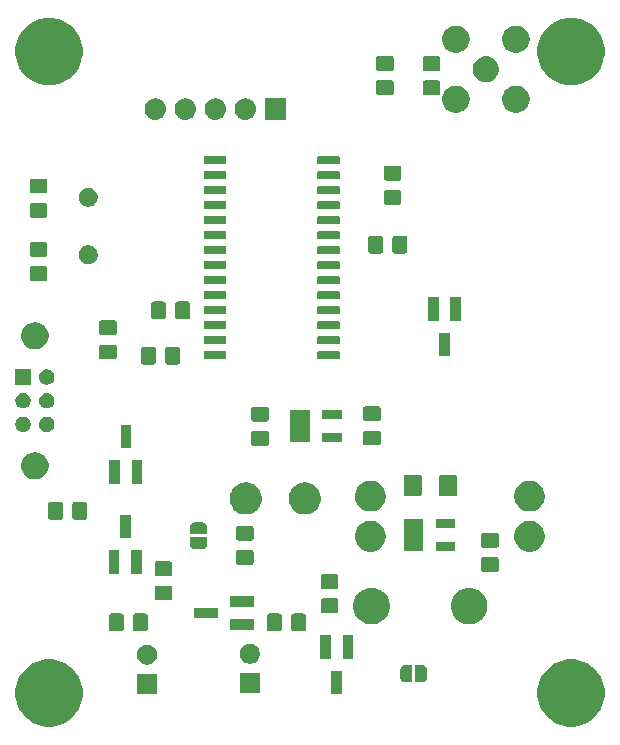
<source format=gbs>
G04 #@! TF.GenerationSoftware,KiCad,Pcbnew,(5.0.0-3-g5ebb6b6)*
G04 #@! TF.CreationDate,2020-02-23T20:28:12-05:00*
G04 #@! TF.ProjectId,telemetry_transmitter,74656C656D657472795F7472616E736D,rev?*
G04 #@! TF.SameCoordinates,Original*
G04 #@! TF.FileFunction,Soldermask,Bot*
G04 #@! TF.FilePolarity,Negative*
%FSLAX46Y46*%
G04 Gerber Fmt 4.6, Leading zero omitted, Abs format (unit mm)*
G04 Created by KiCad (PCBNEW (5.0.0-3-g5ebb6b6)) date Sunday, February 23, 2020 at 08:28:12 PM*
%MOMM*%
%LPD*%
G01*
G04 APERTURE LIST*
%ADD10C,0.100000*%
G04 APERTURE END LIST*
D10*
G36*
X164531606Y-117158562D02*
X165050455Y-117373476D01*
X165512510Y-117682212D01*
X165517410Y-117685486D01*
X165914514Y-118082590D01*
X165914516Y-118082593D01*
X166226524Y-118549545D01*
X166441438Y-119068394D01*
X166551000Y-119619201D01*
X166551000Y-120180799D01*
X166441438Y-120731606D01*
X166226524Y-121250455D01*
X165916620Y-121714259D01*
X165914514Y-121717410D01*
X165517410Y-122114514D01*
X165517407Y-122114516D01*
X165050455Y-122426524D01*
X164531606Y-122641438D01*
X164256202Y-122696219D01*
X163980800Y-122751000D01*
X163419200Y-122751000D01*
X163143798Y-122696219D01*
X162868394Y-122641438D01*
X162349545Y-122426524D01*
X161882593Y-122114516D01*
X161882590Y-122114514D01*
X161485486Y-121717410D01*
X161483380Y-121714259D01*
X161173476Y-121250455D01*
X160958562Y-120731606D01*
X160849000Y-120180799D01*
X160849000Y-119619201D01*
X160958562Y-119068394D01*
X161173476Y-118549545D01*
X161485484Y-118082593D01*
X161485486Y-118082590D01*
X161882590Y-117685486D01*
X161887490Y-117682212D01*
X162349545Y-117373476D01*
X162868394Y-117158562D01*
X163419200Y-117049000D01*
X163980800Y-117049000D01*
X164531606Y-117158562D01*
X164531606Y-117158562D01*
G37*
G36*
X120331606Y-117158562D02*
X120850455Y-117373476D01*
X121312510Y-117682212D01*
X121317410Y-117685486D01*
X121714514Y-118082590D01*
X121714516Y-118082593D01*
X122026524Y-118549545D01*
X122241438Y-119068394D01*
X122351000Y-119619201D01*
X122351000Y-120180799D01*
X122241438Y-120731606D01*
X122026524Y-121250455D01*
X121716620Y-121714259D01*
X121714514Y-121717410D01*
X121317410Y-122114514D01*
X121317407Y-122114516D01*
X120850455Y-122426524D01*
X120331606Y-122641438D01*
X120056202Y-122696219D01*
X119780800Y-122751000D01*
X119219200Y-122751000D01*
X118943798Y-122696219D01*
X118668394Y-122641438D01*
X118149545Y-122426524D01*
X117682593Y-122114516D01*
X117682590Y-122114514D01*
X117285486Y-121717410D01*
X117283380Y-121714259D01*
X116973476Y-121250455D01*
X116758562Y-120731606D01*
X116649000Y-120180799D01*
X116649000Y-119619201D01*
X116758562Y-119068394D01*
X116973476Y-118549545D01*
X117285484Y-118082593D01*
X117285486Y-118082590D01*
X117682590Y-117685486D01*
X117687490Y-117682212D01*
X118149545Y-117373476D01*
X118668394Y-117158562D01*
X119219200Y-117049000D01*
X119780800Y-117049000D01*
X120331606Y-117158562D01*
X120331606Y-117158562D01*
G37*
G36*
X144316600Y-120026800D02*
X143414600Y-120026800D01*
X143414600Y-118024800D01*
X144316600Y-118024800D01*
X144316600Y-120026800D01*
X144316600Y-120026800D01*
G37*
G36*
X128638400Y-120002400D02*
X126936400Y-120002400D01*
X126936400Y-118300400D01*
X128638400Y-118300400D01*
X128638400Y-120002400D01*
X128638400Y-120002400D01*
G37*
G36*
X137350600Y-119926200D02*
X135648600Y-119926200D01*
X135648600Y-118224200D01*
X137350600Y-118224200D01*
X137350600Y-119926200D01*
X137350600Y-119926200D01*
G37*
G36*
X150218000Y-119012400D02*
X149718000Y-119012400D01*
X149718000Y-119009992D01*
X149668991Y-119009992D01*
X149572858Y-118990870D01*
X149482302Y-118953361D01*
X149400803Y-118898905D01*
X149331495Y-118829597D01*
X149277039Y-118748098D01*
X149239530Y-118657542D01*
X149220408Y-118561409D01*
X149220408Y-118512400D01*
X149218000Y-118512400D01*
X149218000Y-118012400D01*
X149220408Y-118012400D01*
X149220408Y-117963391D01*
X149239530Y-117867258D01*
X149277039Y-117776702D01*
X149331495Y-117695203D01*
X149400803Y-117625895D01*
X149482302Y-117571439D01*
X149572858Y-117533930D01*
X149668991Y-117514808D01*
X149718000Y-117514808D01*
X149718000Y-117512400D01*
X150218000Y-117512400D01*
X150218000Y-119012400D01*
X150218000Y-119012400D01*
G37*
G36*
X151018000Y-117514808D02*
X151067009Y-117514808D01*
X151163142Y-117533930D01*
X151253698Y-117571439D01*
X151335197Y-117625895D01*
X151404505Y-117695203D01*
X151458961Y-117776702D01*
X151496470Y-117867258D01*
X151515592Y-117963391D01*
X151515592Y-118012400D01*
X151518000Y-118012400D01*
X151518000Y-118512400D01*
X151515592Y-118512400D01*
X151515592Y-118561409D01*
X151496470Y-118657542D01*
X151458961Y-118748098D01*
X151404505Y-118829597D01*
X151335197Y-118898905D01*
X151253698Y-118953361D01*
X151163142Y-118990870D01*
X151067009Y-119009992D01*
X151018000Y-119009992D01*
X151018000Y-119012400D01*
X150518000Y-119012400D01*
X150518000Y-117512400D01*
X151018000Y-117512400D01*
X151018000Y-117514808D01*
X151018000Y-117514808D01*
G37*
G36*
X128035628Y-115833103D02*
X128190500Y-115897253D01*
X128329881Y-115990385D01*
X128448415Y-116108919D01*
X128541547Y-116248300D01*
X128605697Y-116403172D01*
X128638400Y-116567584D01*
X128638400Y-116735216D01*
X128605697Y-116899628D01*
X128541547Y-117054500D01*
X128448415Y-117193881D01*
X128329881Y-117312415D01*
X128190500Y-117405547D01*
X128035628Y-117469697D01*
X127871216Y-117502400D01*
X127703584Y-117502400D01*
X127539172Y-117469697D01*
X127384300Y-117405547D01*
X127244919Y-117312415D01*
X127126385Y-117193881D01*
X127033253Y-117054500D01*
X126969103Y-116899628D01*
X126936400Y-116735216D01*
X126936400Y-116567584D01*
X126969103Y-116403172D01*
X127033253Y-116248300D01*
X127126385Y-116108919D01*
X127244919Y-115990385D01*
X127384300Y-115897253D01*
X127539172Y-115833103D01*
X127703584Y-115800400D01*
X127871216Y-115800400D01*
X128035628Y-115833103D01*
X128035628Y-115833103D01*
G37*
G36*
X136747828Y-115756903D02*
X136902700Y-115821053D01*
X137042081Y-115914185D01*
X137160615Y-116032719D01*
X137253747Y-116172100D01*
X137317897Y-116326972D01*
X137350600Y-116491384D01*
X137350600Y-116659016D01*
X137317897Y-116823428D01*
X137253747Y-116978300D01*
X137160615Y-117117681D01*
X137042081Y-117236215D01*
X136902700Y-117329347D01*
X136747828Y-117393497D01*
X136583416Y-117426200D01*
X136415784Y-117426200D01*
X136251372Y-117393497D01*
X136096500Y-117329347D01*
X135957119Y-117236215D01*
X135838585Y-117117681D01*
X135745453Y-116978300D01*
X135681303Y-116823428D01*
X135648600Y-116659016D01*
X135648600Y-116491384D01*
X135681303Y-116326972D01*
X135745453Y-116172100D01*
X135838585Y-116032719D01*
X135957119Y-115914185D01*
X136096500Y-115821053D01*
X136251372Y-115756903D01*
X136415784Y-115724200D01*
X136583416Y-115724200D01*
X136747828Y-115756903D01*
X136747828Y-115756903D01*
G37*
G36*
X145266600Y-117026800D02*
X144364600Y-117026800D01*
X144364600Y-115024800D01*
X145266600Y-115024800D01*
X145266600Y-117026800D01*
X145266600Y-117026800D01*
G37*
G36*
X143366600Y-117026800D02*
X142464600Y-117026800D01*
X142464600Y-115024800D01*
X143366600Y-115024800D01*
X143366600Y-117026800D01*
X143366600Y-117026800D01*
G37*
G36*
X125651277Y-113172465D02*
X125688964Y-113183898D01*
X125723703Y-113202466D01*
X125754148Y-113227452D01*
X125779134Y-113257897D01*
X125797702Y-113292636D01*
X125809135Y-113330323D01*
X125813600Y-113375661D01*
X125813600Y-114462339D01*
X125809135Y-114507677D01*
X125797702Y-114545364D01*
X125779134Y-114580103D01*
X125754148Y-114610548D01*
X125723703Y-114635534D01*
X125688964Y-114654102D01*
X125651277Y-114665535D01*
X125605939Y-114670000D01*
X124769261Y-114670000D01*
X124723923Y-114665535D01*
X124686236Y-114654102D01*
X124651497Y-114635534D01*
X124621052Y-114610548D01*
X124596066Y-114580103D01*
X124577498Y-114545364D01*
X124566065Y-114507677D01*
X124561600Y-114462339D01*
X124561600Y-113375661D01*
X124566065Y-113330323D01*
X124577498Y-113292636D01*
X124596066Y-113257897D01*
X124621052Y-113227452D01*
X124651497Y-113202466D01*
X124686236Y-113183898D01*
X124723923Y-113172465D01*
X124769261Y-113168000D01*
X125605939Y-113168000D01*
X125651277Y-113172465D01*
X125651277Y-113172465D01*
G37*
G36*
X127701277Y-113172465D02*
X127738964Y-113183898D01*
X127773703Y-113202466D01*
X127804148Y-113227452D01*
X127829134Y-113257897D01*
X127847702Y-113292636D01*
X127859135Y-113330323D01*
X127863600Y-113375661D01*
X127863600Y-114462339D01*
X127859135Y-114507677D01*
X127847702Y-114545364D01*
X127829134Y-114580103D01*
X127804148Y-114610548D01*
X127773703Y-114635534D01*
X127738964Y-114654102D01*
X127701277Y-114665535D01*
X127655939Y-114670000D01*
X126819261Y-114670000D01*
X126773923Y-114665535D01*
X126736236Y-114654102D01*
X126701497Y-114635534D01*
X126671052Y-114610548D01*
X126646066Y-114580103D01*
X126627498Y-114545364D01*
X126616065Y-114507677D01*
X126611600Y-114462339D01*
X126611600Y-113375661D01*
X126616065Y-113330323D01*
X126627498Y-113292636D01*
X126646066Y-113257897D01*
X126671052Y-113227452D01*
X126701497Y-113202466D01*
X126736236Y-113183898D01*
X126773923Y-113172465D01*
X126819261Y-113168000D01*
X127655939Y-113168000D01*
X127701277Y-113172465D01*
X127701277Y-113172465D01*
G37*
G36*
X139037077Y-113172465D02*
X139074764Y-113183898D01*
X139109503Y-113202466D01*
X139139948Y-113227452D01*
X139164934Y-113257897D01*
X139183502Y-113292636D01*
X139194935Y-113330323D01*
X139199400Y-113375661D01*
X139199400Y-114462339D01*
X139194935Y-114507677D01*
X139183502Y-114545364D01*
X139164934Y-114580103D01*
X139139948Y-114610548D01*
X139109503Y-114635534D01*
X139074764Y-114654102D01*
X139037077Y-114665535D01*
X138991739Y-114670000D01*
X138155061Y-114670000D01*
X138109723Y-114665535D01*
X138072036Y-114654102D01*
X138037297Y-114635534D01*
X138006852Y-114610548D01*
X137981866Y-114580103D01*
X137963298Y-114545364D01*
X137951865Y-114507677D01*
X137947400Y-114462339D01*
X137947400Y-113375661D01*
X137951865Y-113330323D01*
X137963298Y-113292636D01*
X137981866Y-113257897D01*
X138006852Y-113227452D01*
X138037297Y-113202466D01*
X138072036Y-113183898D01*
X138109723Y-113172465D01*
X138155061Y-113168000D01*
X138991739Y-113168000D01*
X139037077Y-113172465D01*
X139037077Y-113172465D01*
G37*
G36*
X141087077Y-113172465D02*
X141124764Y-113183898D01*
X141159503Y-113202466D01*
X141189948Y-113227452D01*
X141214934Y-113257897D01*
X141233502Y-113292636D01*
X141244935Y-113330323D01*
X141249400Y-113375661D01*
X141249400Y-114462339D01*
X141244935Y-114507677D01*
X141233502Y-114545364D01*
X141214934Y-114580103D01*
X141189948Y-114610548D01*
X141159503Y-114635534D01*
X141124764Y-114654102D01*
X141087077Y-114665535D01*
X141041739Y-114670000D01*
X140205061Y-114670000D01*
X140159723Y-114665535D01*
X140122036Y-114654102D01*
X140087297Y-114635534D01*
X140056852Y-114610548D01*
X140031866Y-114580103D01*
X140013298Y-114545364D01*
X140001865Y-114507677D01*
X139997400Y-114462339D01*
X139997400Y-113375661D01*
X140001865Y-113330323D01*
X140013298Y-113292636D01*
X140031866Y-113257897D01*
X140056852Y-113227452D01*
X140087297Y-113202466D01*
X140122036Y-113183898D01*
X140159723Y-113172465D01*
X140205061Y-113168000D01*
X141041739Y-113168000D01*
X141087077Y-113172465D01*
X141087077Y-113172465D01*
G37*
G36*
X136816200Y-114532600D02*
X134814200Y-114532600D01*
X134814200Y-113630600D01*
X136816200Y-113630600D01*
X136816200Y-114532600D01*
X136816200Y-114532600D01*
G37*
G36*
X147169527Y-111036136D02*
X147269410Y-111056004D01*
X147551674Y-111172921D01*
X147805705Y-111342659D01*
X148021741Y-111558695D01*
X148191479Y-111812726D01*
X148308396Y-112094990D01*
X148368000Y-112394640D01*
X148368000Y-112700160D01*
X148308396Y-112999810D01*
X148191479Y-113282074D01*
X148021741Y-113536105D01*
X147805705Y-113752141D01*
X147551674Y-113921879D01*
X147269410Y-114038796D01*
X147169527Y-114058664D01*
X146969762Y-114098400D01*
X146664238Y-114098400D01*
X146464473Y-114058664D01*
X146364590Y-114038796D01*
X146082326Y-113921879D01*
X145828295Y-113752141D01*
X145612259Y-113536105D01*
X145442521Y-113282074D01*
X145325604Y-112999810D01*
X145266000Y-112700160D01*
X145266000Y-112394640D01*
X145325604Y-112094990D01*
X145442521Y-111812726D01*
X145612259Y-111558695D01*
X145828295Y-111342659D01*
X146082326Y-111172921D01*
X146364590Y-111056004D01*
X146464473Y-111036136D01*
X146664238Y-110996400D01*
X146969762Y-110996400D01*
X147169527Y-111036136D01*
X147169527Y-111036136D01*
G37*
G36*
X155419527Y-111036136D02*
X155519410Y-111056004D01*
X155801674Y-111172921D01*
X156055705Y-111342659D01*
X156271741Y-111558695D01*
X156441479Y-111812726D01*
X156558396Y-112094990D01*
X156618000Y-112394640D01*
X156618000Y-112700160D01*
X156558396Y-112999810D01*
X156441479Y-113282074D01*
X156271741Y-113536105D01*
X156055705Y-113752141D01*
X155801674Y-113921879D01*
X155519410Y-114038796D01*
X155419527Y-114058664D01*
X155219762Y-114098400D01*
X154914238Y-114098400D01*
X154714473Y-114058664D01*
X154614590Y-114038796D01*
X154332326Y-113921879D01*
X154078295Y-113752141D01*
X153862259Y-113536105D01*
X153692521Y-113282074D01*
X153575604Y-112999810D01*
X153516000Y-112700160D01*
X153516000Y-112394640D01*
X153575604Y-112094990D01*
X153692521Y-111812726D01*
X153862259Y-111558695D01*
X154078295Y-111342659D01*
X154332326Y-111172921D01*
X154614590Y-111056004D01*
X154714473Y-111036136D01*
X154914238Y-110996400D01*
X155219762Y-110996400D01*
X155419527Y-111036136D01*
X155419527Y-111036136D01*
G37*
G36*
X133816200Y-113582600D02*
X131814200Y-113582600D01*
X131814200Y-112680600D01*
X133816200Y-112680600D01*
X133816200Y-113582600D01*
X133816200Y-113582600D01*
G37*
G36*
X143844677Y-111900465D02*
X143882364Y-111911898D01*
X143917103Y-111930466D01*
X143947548Y-111955452D01*
X143972534Y-111985897D01*
X143991102Y-112020636D01*
X144002535Y-112058323D01*
X144007000Y-112103661D01*
X144007000Y-112940339D01*
X144002535Y-112985677D01*
X143991102Y-113023364D01*
X143972534Y-113058103D01*
X143947548Y-113088548D01*
X143917103Y-113113534D01*
X143882364Y-113132102D01*
X143844677Y-113143535D01*
X143799339Y-113148000D01*
X142712661Y-113148000D01*
X142667323Y-113143535D01*
X142629636Y-113132102D01*
X142594897Y-113113534D01*
X142564452Y-113088548D01*
X142539466Y-113058103D01*
X142520898Y-113023364D01*
X142509465Y-112985677D01*
X142505000Y-112940339D01*
X142505000Y-112103661D01*
X142509465Y-112058323D01*
X142520898Y-112020636D01*
X142539466Y-111985897D01*
X142564452Y-111955452D01*
X142594897Y-111930466D01*
X142629636Y-111911898D01*
X142667323Y-111900465D01*
X142712661Y-111896000D01*
X143799339Y-111896000D01*
X143844677Y-111900465D01*
X143844677Y-111900465D01*
G37*
G36*
X136816200Y-112632600D02*
X134814200Y-112632600D01*
X134814200Y-111730600D01*
X136816200Y-111730600D01*
X136816200Y-112632600D01*
X136816200Y-112632600D01*
G37*
G36*
X129773077Y-110808265D02*
X129810764Y-110819698D01*
X129845503Y-110838266D01*
X129875948Y-110863252D01*
X129900934Y-110893697D01*
X129919502Y-110928436D01*
X129930935Y-110966123D01*
X129935400Y-111011461D01*
X129935400Y-111848139D01*
X129930935Y-111893477D01*
X129919502Y-111931164D01*
X129900934Y-111965903D01*
X129875948Y-111996348D01*
X129845503Y-112021334D01*
X129810764Y-112039902D01*
X129773077Y-112051335D01*
X129727739Y-112055800D01*
X128641061Y-112055800D01*
X128595723Y-112051335D01*
X128558036Y-112039902D01*
X128523297Y-112021334D01*
X128492852Y-111996348D01*
X128467866Y-111965903D01*
X128449298Y-111931164D01*
X128437865Y-111893477D01*
X128433400Y-111848139D01*
X128433400Y-111011461D01*
X128437865Y-110966123D01*
X128449298Y-110928436D01*
X128467866Y-110893697D01*
X128492852Y-110863252D01*
X128523297Y-110838266D01*
X128558036Y-110819698D01*
X128595723Y-110808265D01*
X128641061Y-110803800D01*
X129727739Y-110803800D01*
X129773077Y-110808265D01*
X129773077Y-110808265D01*
G37*
G36*
X143844677Y-109850465D02*
X143882364Y-109861898D01*
X143917103Y-109880466D01*
X143947548Y-109905452D01*
X143972534Y-109935897D01*
X143991102Y-109970636D01*
X144002535Y-110008323D01*
X144007000Y-110053661D01*
X144007000Y-110890339D01*
X144002535Y-110935677D01*
X143991102Y-110973364D01*
X143972534Y-111008103D01*
X143947548Y-111038548D01*
X143917103Y-111063534D01*
X143882364Y-111082102D01*
X143844677Y-111093535D01*
X143799339Y-111098000D01*
X142712661Y-111098000D01*
X142667323Y-111093535D01*
X142629636Y-111082102D01*
X142594897Y-111063534D01*
X142564452Y-111038548D01*
X142539466Y-111008103D01*
X142520898Y-110973364D01*
X142509465Y-110935677D01*
X142505000Y-110890339D01*
X142505000Y-110053661D01*
X142509465Y-110008323D01*
X142520898Y-109970636D01*
X142539466Y-109935897D01*
X142564452Y-109905452D01*
X142594897Y-109880466D01*
X142629636Y-109861898D01*
X142667323Y-109850465D01*
X142712661Y-109846000D01*
X143799339Y-109846000D01*
X143844677Y-109850465D01*
X143844677Y-109850465D01*
G37*
G36*
X129773077Y-108758265D02*
X129810764Y-108769698D01*
X129845503Y-108788266D01*
X129875948Y-108813252D01*
X129900934Y-108843697D01*
X129919502Y-108878436D01*
X129930935Y-108916123D01*
X129935400Y-108961461D01*
X129935400Y-109798139D01*
X129930935Y-109843477D01*
X129919502Y-109881164D01*
X129900934Y-109915903D01*
X129875948Y-109946348D01*
X129845503Y-109971334D01*
X129810764Y-109989902D01*
X129773077Y-110001335D01*
X129727739Y-110005800D01*
X128641061Y-110005800D01*
X128595723Y-110001335D01*
X128558036Y-109989902D01*
X128523297Y-109971334D01*
X128492852Y-109946348D01*
X128467866Y-109915903D01*
X128449298Y-109881164D01*
X128437865Y-109843477D01*
X128433400Y-109798139D01*
X128433400Y-108961461D01*
X128437865Y-108916123D01*
X128449298Y-108878436D01*
X128467866Y-108843697D01*
X128492852Y-108813252D01*
X128523297Y-108788266D01*
X128558036Y-108769698D01*
X128595723Y-108758265D01*
X128641061Y-108753800D01*
X129727739Y-108753800D01*
X129773077Y-108758265D01*
X129773077Y-108758265D01*
G37*
G36*
X125459600Y-109790600D02*
X124557600Y-109790600D01*
X124557600Y-107788600D01*
X125459600Y-107788600D01*
X125459600Y-109790600D01*
X125459600Y-109790600D01*
G37*
G36*
X127359600Y-109790600D02*
X126457600Y-109790600D01*
X126457600Y-107788600D01*
X127359600Y-107788600D01*
X127359600Y-109790600D01*
X127359600Y-109790600D01*
G37*
G36*
X157408277Y-108395265D02*
X157445964Y-108406698D01*
X157480703Y-108425266D01*
X157511148Y-108450252D01*
X157536134Y-108480697D01*
X157554702Y-108515436D01*
X157566135Y-108553123D01*
X157570600Y-108598461D01*
X157570600Y-109435139D01*
X157566135Y-109480477D01*
X157554702Y-109518164D01*
X157536134Y-109552903D01*
X157511148Y-109583348D01*
X157480703Y-109608334D01*
X157445964Y-109626902D01*
X157408277Y-109638335D01*
X157362939Y-109642800D01*
X156276261Y-109642800D01*
X156230923Y-109638335D01*
X156193236Y-109626902D01*
X156158497Y-109608334D01*
X156128052Y-109583348D01*
X156103066Y-109552903D01*
X156084498Y-109518164D01*
X156073065Y-109480477D01*
X156068600Y-109435139D01*
X156068600Y-108598461D01*
X156073065Y-108553123D01*
X156084498Y-108515436D01*
X156103066Y-108480697D01*
X156128052Y-108450252D01*
X156158497Y-108425266D01*
X156193236Y-108406698D01*
X156230923Y-108395265D01*
X156276261Y-108390800D01*
X157362939Y-108390800D01*
X157408277Y-108395265D01*
X157408277Y-108395265D01*
G37*
G36*
X136656477Y-107794665D02*
X136694164Y-107806098D01*
X136728903Y-107824666D01*
X136759348Y-107849652D01*
X136784334Y-107880097D01*
X136802902Y-107914836D01*
X136814335Y-107952523D01*
X136818800Y-107997861D01*
X136818800Y-108834539D01*
X136814335Y-108879877D01*
X136802902Y-108917564D01*
X136784334Y-108952303D01*
X136759348Y-108982748D01*
X136728903Y-109007734D01*
X136694164Y-109026302D01*
X136656477Y-109037735D01*
X136611139Y-109042200D01*
X135524461Y-109042200D01*
X135479123Y-109037735D01*
X135441436Y-109026302D01*
X135406697Y-109007734D01*
X135376252Y-108982748D01*
X135351266Y-108952303D01*
X135332698Y-108917564D01*
X135321265Y-108879877D01*
X135316800Y-108834539D01*
X135316800Y-107997861D01*
X135321265Y-107952523D01*
X135332698Y-107914836D01*
X135351266Y-107880097D01*
X135376252Y-107849652D01*
X135406697Y-107824666D01*
X135441436Y-107806098D01*
X135479123Y-107794665D01*
X135524461Y-107790200D01*
X136611139Y-107790200D01*
X136656477Y-107794665D01*
X136656477Y-107794665D01*
G37*
G36*
X147085885Y-105376396D02*
X147085887Y-105376397D01*
X147085888Y-105376397D01*
X147322655Y-105474469D01*
X147535742Y-105616849D01*
X147716951Y-105798058D01*
X147859331Y-106011145D01*
X147957404Y-106247915D01*
X148007400Y-106499261D01*
X148007400Y-106755539D01*
X147957404Y-107006885D01*
X147859331Y-107243655D01*
X147716951Y-107456742D01*
X147535742Y-107637951D01*
X147535739Y-107637953D01*
X147322655Y-107780331D01*
X147085888Y-107878403D01*
X147085887Y-107878403D01*
X147085885Y-107878404D01*
X146834539Y-107928400D01*
X146578261Y-107928400D01*
X146326915Y-107878404D01*
X146326913Y-107878403D01*
X146326912Y-107878403D01*
X146090145Y-107780331D01*
X145877061Y-107637953D01*
X145877058Y-107637951D01*
X145695849Y-107456742D01*
X145553469Y-107243655D01*
X145455396Y-107006885D01*
X145405400Y-106755539D01*
X145405400Y-106499261D01*
X145455396Y-106247915D01*
X145553469Y-106011145D01*
X145695849Y-105798058D01*
X145877058Y-105616849D01*
X146090145Y-105474469D01*
X146326912Y-105376397D01*
X146326913Y-105376397D01*
X146326915Y-105376396D01*
X146578261Y-105326400D01*
X146834539Y-105326400D01*
X147085885Y-105376396D01*
X147085885Y-105376396D01*
G37*
G36*
X160555885Y-105376396D02*
X160555887Y-105376397D01*
X160555888Y-105376397D01*
X160792655Y-105474469D01*
X161005742Y-105616849D01*
X161186951Y-105798058D01*
X161329331Y-106011145D01*
X161427404Y-106247915D01*
X161477400Y-106499261D01*
X161477400Y-106755539D01*
X161427404Y-107006885D01*
X161329331Y-107243655D01*
X161186951Y-107456742D01*
X161005742Y-107637951D01*
X161005739Y-107637953D01*
X160792655Y-107780331D01*
X160555888Y-107878403D01*
X160555887Y-107878403D01*
X160555885Y-107878404D01*
X160304539Y-107928400D01*
X160048261Y-107928400D01*
X159796915Y-107878404D01*
X159796913Y-107878403D01*
X159796912Y-107878403D01*
X159560145Y-107780331D01*
X159347061Y-107637953D01*
X159347058Y-107637951D01*
X159165849Y-107456742D01*
X159023469Y-107243655D01*
X158925396Y-107006885D01*
X158875400Y-106755539D01*
X158875400Y-106499261D01*
X158925396Y-106247915D01*
X159023469Y-106011145D01*
X159165849Y-105798058D01*
X159347058Y-105616849D01*
X159560145Y-105474469D01*
X159796912Y-105376397D01*
X159796913Y-105376397D01*
X159796915Y-105376396D01*
X160048261Y-105326400D01*
X160304539Y-105326400D01*
X160555885Y-105376396D01*
X160555885Y-105376396D01*
G37*
G36*
X153895200Y-107853600D02*
X152233200Y-107853600D01*
X152233200Y-107101600D01*
X153895200Y-107101600D01*
X153895200Y-107853600D01*
X153895200Y-107853600D01*
G37*
G36*
X151195200Y-107853600D02*
X149533200Y-107853600D01*
X149533200Y-105201600D01*
X151195200Y-105201600D01*
X151195200Y-107853600D01*
X151195200Y-107853600D01*
G37*
G36*
X132906200Y-107228400D02*
X132903792Y-107228400D01*
X132903792Y-107277409D01*
X132884670Y-107373542D01*
X132847161Y-107464098D01*
X132792705Y-107545597D01*
X132723397Y-107614905D01*
X132641898Y-107669361D01*
X132551342Y-107706870D01*
X132455209Y-107725992D01*
X132406200Y-107725992D01*
X132406200Y-107728400D01*
X131906200Y-107728400D01*
X131906200Y-107725992D01*
X131857191Y-107725992D01*
X131761058Y-107706870D01*
X131670502Y-107669361D01*
X131589003Y-107614905D01*
X131519695Y-107545597D01*
X131465239Y-107464098D01*
X131427730Y-107373542D01*
X131408608Y-107277409D01*
X131408608Y-107228400D01*
X131406200Y-107228400D01*
X131406200Y-106728400D01*
X132906200Y-106728400D01*
X132906200Y-107228400D01*
X132906200Y-107228400D01*
G37*
G36*
X157408277Y-106345265D02*
X157445964Y-106356698D01*
X157480703Y-106375266D01*
X157511148Y-106400252D01*
X157536134Y-106430697D01*
X157554702Y-106465436D01*
X157566135Y-106503123D01*
X157570600Y-106548461D01*
X157570600Y-107385139D01*
X157566135Y-107430477D01*
X157554702Y-107468164D01*
X157536134Y-107502903D01*
X157511148Y-107533348D01*
X157480703Y-107558334D01*
X157445964Y-107576902D01*
X157408277Y-107588335D01*
X157362939Y-107592800D01*
X156276261Y-107592800D01*
X156230923Y-107588335D01*
X156193236Y-107576902D01*
X156158497Y-107558334D01*
X156128052Y-107533348D01*
X156103066Y-107502903D01*
X156084498Y-107468164D01*
X156073065Y-107430477D01*
X156068600Y-107385139D01*
X156068600Y-106548461D01*
X156073065Y-106503123D01*
X156084498Y-106465436D01*
X156103066Y-106430697D01*
X156128052Y-106400252D01*
X156158497Y-106375266D01*
X156193236Y-106356698D01*
X156230923Y-106345265D01*
X156276261Y-106340800D01*
X157362939Y-106340800D01*
X157408277Y-106345265D01*
X157408277Y-106345265D01*
G37*
G36*
X136656477Y-105744665D02*
X136694164Y-105756098D01*
X136728903Y-105774666D01*
X136759348Y-105799652D01*
X136784334Y-105830097D01*
X136802902Y-105864836D01*
X136814335Y-105902523D01*
X136818800Y-105947861D01*
X136818800Y-106784539D01*
X136814335Y-106829877D01*
X136802902Y-106867564D01*
X136784334Y-106902303D01*
X136759348Y-106932748D01*
X136728903Y-106957734D01*
X136694164Y-106976302D01*
X136656477Y-106987735D01*
X136611139Y-106992200D01*
X135524461Y-106992200D01*
X135479123Y-106987735D01*
X135441436Y-106976302D01*
X135406697Y-106957734D01*
X135376252Y-106932748D01*
X135351266Y-106902303D01*
X135332698Y-106867564D01*
X135321265Y-106829877D01*
X135316800Y-106784539D01*
X135316800Y-105947861D01*
X135321265Y-105902523D01*
X135332698Y-105864836D01*
X135351266Y-105830097D01*
X135376252Y-105799652D01*
X135406697Y-105774666D01*
X135441436Y-105756098D01*
X135479123Y-105744665D01*
X135524461Y-105740200D01*
X136611139Y-105740200D01*
X136656477Y-105744665D01*
X136656477Y-105744665D01*
G37*
G36*
X126409600Y-106790600D02*
X125507600Y-106790600D01*
X125507600Y-104788600D01*
X126409600Y-104788600D01*
X126409600Y-106790600D01*
X126409600Y-106790600D01*
G37*
G36*
X132406200Y-105430808D02*
X132455209Y-105430808D01*
X132551342Y-105449930D01*
X132641898Y-105487439D01*
X132723397Y-105541895D01*
X132792705Y-105611203D01*
X132847161Y-105692702D01*
X132884670Y-105783258D01*
X132903792Y-105879391D01*
X132903792Y-105928400D01*
X132906200Y-105928400D01*
X132906200Y-106428400D01*
X131406200Y-106428400D01*
X131406200Y-105928400D01*
X131408608Y-105928400D01*
X131408608Y-105879391D01*
X131427730Y-105783258D01*
X131465239Y-105692702D01*
X131519695Y-105611203D01*
X131589003Y-105541895D01*
X131670502Y-105487439D01*
X131761058Y-105449930D01*
X131857191Y-105430808D01*
X131906200Y-105430808D01*
X131906200Y-105428400D01*
X132406200Y-105428400D01*
X132406200Y-105430808D01*
X132406200Y-105430808D01*
G37*
G36*
X153895200Y-105953600D02*
X152233200Y-105953600D01*
X152233200Y-105201600D01*
X153895200Y-105201600D01*
X153895200Y-105953600D01*
X153895200Y-105953600D01*
G37*
G36*
X122570477Y-103723665D02*
X122608164Y-103735098D01*
X122642903Y-103753666D01*
X122673348Y-103778652D01*
X122698334Y-103809097D01*
X122716902Y-103843836D01*
X122728335Y-103881523D01*
X122732800Y-103926861D01*
X122732800Y-105013539D01*
X122728335Y-105058877D01*
X122716902Y-105096564D01*
X122698334Y-105131303D01*
X122673348Y-105161748D01*
X122642903Y-105186734D01*
X122608164Y-105205302D01*
X122570477Y-105216735D01*
X122525139Y-105221200D01*
X121688461Y-105221200D01*
X121643123Y-105216735D01*
X121605436Y-105205302D01*
X121570697Y-105186734D01*
X121540252Y-105161748D01*
X121515266Y-105131303D01*
X121496698Y-105096564D01*
X121485265Y-105058877D01*
X121480800Y-105013539D01*
X121480800Y-103926861D01*
X121485265Y-103881523D01*
X121496698Y-103843836D01*
X121515266Y-103809097D01*
X121540252Y-103778652D01*
X121570697Y-103753666D01*
X121605436Y-103735098D01*
X121643123Y-103723665D01*
X121688461Y-103719200D01*
X122525139Y-103719200D01*
X122570477Y-103723665D01*
X122570477Y-103723665D01*
G37*
G36*
X120520477Y-103723665D02*
X120558164Y-103735098D01*
X120592903Y-103753666D01*
X120623348Y-103778652D01*
X120648334Y-103809097D01*
X120666902Y-103843836D01*
X120678335Y-103881523D01*
X120682800Y-103926861D01*
X120682800Y-105013539D01*
X120678335Y-105058877D01*
X120666902Y-105096564D01*
X120648334Y-105131303D01*
X120623348Y-105161748D01*
X120592903Y-105186734D01*
X120558164Y-105205302D01*
X120520477Y-105216735D01*
X120475139Y-105221200D01*
X119638461Y-105221200D01*
X119593123Y-105216735D01*
X119555436Y-105205302D01*
X119520697Y-105186734D01*
X119490252Y-105161748D01*
X119465266Y-105131303D01*
X119446698Y-105096564D01*
X119435265Y-105058877D01*
X119430800Y-105013539D01*
X119430800Y-103926861D01*
X119435265Y-103881523D01*
X119446698Y-103843836D01*
X119465266Y-103809097D01*
X119490252Y-103778652D01*
X119520697Y-103753666D01*
X119555436Y-103735098D01*
X119593123Y-103723665D01*
X119638461Y-103719200D01*
X120475139Y-103719200D01*
X120520477Y-103723665D01*
X120520477Y-103723665D01*
G37*
G36*
X136411367Y-102103759D02*
X136541872Y-102129718D01*
X136787739Y-102231559D01*
X137008264Y-102378910D01*
X137009015Y-102379412D01*
X137197188Y-102567585D01*
X137197190Y-102567588D01*
X137345041Y-102788861D01*
X137446882Y-103034728D01*
X137468526Y-103143539D01*
X137498800Y-103295737D01*
X137498800Y-103561863D01*
X137489844Y-103606888D01*
X137446882Y-103822872D01*
X137345041Y-104068739D01*
X137231976Y-104237951D01*
X137197188Y-104290015D01*
X137009015Y-104478188D01*
X137009012Y-104478190D01*
X136787739Y-104626041D01*
X136541872Y-104727882D01*
X136411367Y-104753841D01*
X136280863Y-104779800D01*
X136014737Y-104779800D01*
X135884233Y-104753841D01*
X135753728Y-104727882D01*
X135507861Y-104626041D01*
X135286588Y-104478190D01*
X135286585Y-104478188D01*
X135098412Y-104290015D01*
X135063624Y-104237951D01*
X134950559Y-104068739D01*
X134848718Y-103822872D01*
X134805756Y-103606888D01*
X134796800Y-103561863D01*
X134796800Y-103295737D01*
X134827074Y-103143539D01*
X134848718Y-103034728D01*
X134950559Y-102788861D01*
X135098410Y-102567588D01*
X135098412Y-102567585D01*
X135286585Y-102379412D01*
X135287336Y-102378910D01*
X135507861Y-102231559D01*
X135753728Y-102129718D01*
X135884233Y-102103759D01*
X136014737Y-102077800D01*
X136280863Y-102077800D01*
X136411367Y-102103759D01*
X136411367Y-102103759D01*
G37*
G36*
X141411367Y-102103759D02*
X141541872Y-102129718D01*
X141787739Y-102231559D01*
X142008264Y-102378910D01*
X142009015Y-102379412D01*
X142197188Y-102567585D01*
X142197190Y-102567588D01*
X142345041Y-102788861D01*
X142446882Y-103034728D01*
X142468526Y-103143539D01*
X142498800Y-103295737D01*
X142498800Y-103561863D01*
X142489844Y-103606888D01*
X142446882Y-103822872D01*
X142345041Y-104068739D01*
X142231976Y-104237951D01*
X142197188Y-104290015D01*
X142009015Y-104478188D01*
X142009012Y-104478190D01*
X141787739Y-104626041D01*
X141541872Y-104727882D01*
X141411367Y-104753841D01*
X141280863Y-104779800D01*
X141014737Y-104779800D01*
X140884233Y-104753841D01*
X140753728Y-104727882D01*
X140507861Y-104626041D01*
X140286588Y-104478190D01*
X140286585Y-104478188D01*
X140098412Y-104290015D01*
X140063624Y-104237951D01*
X139950559Y-104068739D01*
X139848718Y-103822872D01*
X139805756Y-103606888D01*
X139796800Y-103561863D01*
X139796800Y-103295737D01*
X139827074Y-103143539D01*
X139848718Y-103034728D01*
X139950559Y-102788861D01*
X140098410Y-102567588D01*
X140098412Y-102567585D01*
X140286585Y-102379412D01*
X140287336Y-102378910D01*
X140507861Y-102231559D01*
X140753728Y-102129718D01*
X140884233Y-102103759D01*
X141014737Y-102077800D01*
X141280863Y-102077800D01*
X141411367Y-102103759D01*
X141411367Y-102103759D01*
G37*
G36*
X160555885Y-101976396D02*
X160555887Y-101976397D01*
X160555888Y-101976397D01*
X160792655Y-102074469D01*
X161005742Y-102216849D01*
X161186951Y-102398058D01*
X161329331Y-102611145D01*
X161427404Y-102847915D01*
X161477400Y-103099261D01*
X161477400Y-103355539D01*
X161436360Y-103561862D01*
X161427403Y-103606888D01*
X161374297Y-103735098D01*
X161329331Y-103843655D01*
X161186951Y-104056742D01*
X161005742Y-104237951D01*
X161005739Y-104237953D01*
X160792655Y-104380331D01*
X160555888Y-104478403D01*
X160555887Y-104478403D01*
X160555885Y-104478404D01*
X160304539Y-104528400D01*
X160048261Y-104528400D01*
X159796915Y-104478404D01*
X159796913Y-104478403D01*
X159796912Y-104478403D01*
X159560145Y-104380331D01*
X159347061Y-104237953D01*
X159347058Y-104237951D01*
X159165849Y-104056742D01*
X159023469Y-103843655D01*
X158978503Y-103735098D01*
X158925397Y-103606888D01*
X158916441Y-103561862D01*
X158875400Y-103355539D01*
X158875400Y-103099261D01*
X158925396Y-102847915D01*
X159023469Y-102611145D01*
X159165849Y-102398058D01*
X159347058Y-102216849D01*
X159560145Y-102074469D01*
X159796912Y-101976397D01*
X159796913Y-101976397D01*
X159796915Y-101976396D01*
X160048261Y-101926400D01*
X160304539Y-101926400D01*
X160555885Y-101976396D01*
X160555885Y-101976396D01*
G37*
G36*
X147085885Y-101976396D02*
X147085887Y-101976397D01*
X147085888Y-101976397D01*
X147322655Y-102074469D01*
X147535742Y-102216849D01*
X147716951Y-102398058D01*
X147859331Y-102611145D01*
X147957404Y-102847915D01*
X148007400Y-103099261D01*
X148007400Y-103355539D01*
X147966360Y-103561862D01*
X147957403Y-103606888D01*
X147904297Y-103735098D01*
X147859331Y-103843655D01*
X147716951Y-104056742D01*
X147535742Y-104237951D01*
X147535739Y-104237953D01*
X147322655Y-104380331D01*
X147085888Y-104478403D01*
X147085887Y-104478403D01*
X147085885Y-104478404D01*
X146834539Y-104528400D01*
X146578261Y-104528400D01*
X146326915Y-104478404D01*
X146326913Y-104478403D01*
X146326912Y-104478403D01*
X146090145Y-104380331D01*
X145877061Y-104237953D01*
X145877058Y-104237951D01*
X145695849Y-104056742D01*
X145553469Y-103843655D01*
X145508503Y-103735098D01*
X145455397Y-103606888D01*
X145446441Y-103561862D01*
X145405400Y-103355539D01*
X145405400Y-103099261D01*
X145455396Y-102847915D01*
X145553469Y-102611145D01*
X145695849Y-102398058D01*
X145877058Y-102216849D01*
X146090145Y-102074469D01*
X146326912Y-101976397D01*
X146326913Y-101976397D01*
X146326915Y-101976396D01*
X146578261Y-101926400D01*
X146834539Y-101926400D01*
X147085885Y-101976396D01*
X147085885Y-101976396D01*
G37*
G36*
X150915962Y-101414781D02*
X150950877Y-101425373D01*
X150983065Y-101442578D01*
X151011273Y-101465727D01*
X151034422Y-101493935D01*
X151051627Y-101526123D01*
X151062219Y-101561038D01*
X151066400Y-101603495D01*
X151066400Y-103069705D01*
X151062219Y-103112162D01*
X151051627Y-103147077D01*
X151034422Y-103179265D01*
X151011273Y-103207473D01*
X150983065Y-103230622D01*
X150950877Y-103247827D01*
X150915962Y-103258419D01*
X150873505Y-103262600D01*
X149732295Y-103262600D01*
X149689838Y-103258419D01*
X149654923Y-103247827D01*
X149622735Y-103230622D01*
X149594527Y-103207473D01*
X149571378Y-103179265D01*
X149554173Y-103147077D01*
X149543581Y-103112162D01*
X149539400Y-103069705D01*
X149539400Y-101603495D01*
X149543581Y-101561038D01*
X149554173Y-101526123D01*
X149571378Y-101493935D01*
X149594527Y-101465727D01*
X149622735Y-101442578D01*
X149654923Y-101425373D01*
X149689838Y-101414781D01*
X149732295Y-101410600D01*
X150873505Y-101410600D01*
X150915962Y-101414781D01*
X150915962Y-101414781D01*
G37*
G36*
X153890962Y-101414781D02*
X153925877Y-101425373D01*
X153958065Y-101442578D01*
X153986273Y-101465727D01*
X154009422Y-101493935D01*
X154026627Y-101526123D01*
X154037219Y-101561038D01*
X154041400Y-101603495D01*
X154041400Y-103069705D01*
X154037219Y-103112162D01*
X154026627Y-103147077D01*
X154009422Y-103179265D01*
X153986273Y-103207473D01*
X153958065Y-103230622D01*
X153925877Y-103247827D01*
X153890962Y-103258419D01*
X153848505Y-103262600D01*
X152707295Y-103262600D01*
X152664838Y-103258419D01*
X152629923Y-103247827D01*
X152597735Y-103230622D01*
X152569527Y-103207473D01*
X152546378Y-103179265D01*
X152529173Y-103147077D01*
X152518581Y-103112162D01*
X152514400Y-103069705D01*
X152514400Y-101603495D01*
X152518581Y-101561038D01*
X152529173Y-101526123D01*
X152546378Y-101493935D01*
X152569527Y-101465727D01*
X152597735Y-101442578D01*
X152629923Y-101425373D01*
X152664838Y-101414781D01*
X152707295Y-101410600D01*
X153848505Y-101410600D01*
X153890962Y-101414781D01*
X153890962Y-101414781D01*
G37*
G36*
X125510400Y-102170600D02*
X124608400Y-102170600D01*
X124608400Y-100168600D01*
X125510400Y-100168600D01*
X125510400Y-102170600D01*
X125510400Y-102170600D01*
G37*
G36*
X127410400Y-102170600D02*
X126508400Y-102170600D01*
X126508400Y-100168600D01*
X127410400Y-100168600D01*
X127410400Y-102170600D01*
X127410400Y-102170600D01*
G37*
G36*
X118639534Y-99541632D02*
X118849002Y-99628396D01*
X119037523Y-99754362D01*
X119197838Y-99914677D01*
X119323804Y-100103198D01*
X119410568Y-100312666D01*
X119454800Y-100535035D01*
X119454800Y-100761765D01*
X119410568Y-100984134D01*
X119323804Y-101193602D01*
X119197838Y-101382123D01*
X119037523Y-101542438D01*
X118849002Y-101668404D01*
X118639534Y-101755168D01*
X118417165Y-101799400D01*
X118190435Y-101799400D01*
X117968066Y-101755168D01*
X117758598Y-101668404D01*
X117570077Y-101542438D01*
X117409762Y-101382123D01*
X117283796Y-101193602D01*
X117197032Y-100984134D01*
X117152800Y-100761765D01*
X117152800Y-100535035D01*
X117197032Y-100312666D01*
X117283796Y-100103198D01*
X117409762Y-99914677D01*
X117570077Y-99754362D01*
X117758598Y-99628396D01*
X117968066Y-99541632D01*
X118190435Y-99497400D01*
X118417165Y-99497400D01*
X118639534Y-99541632D01*
X118639534Y-99541632D01*
G37*
G36*
X126460400Y-99170600D02*
X125558400Y-99170600D01*
X125558400Y-97168600D01*
X126460400Y-97168600D01*
X126460400Y-99170600D01*
X126460400Y-99170600D01*
G37*
G36*
X137951877Y-97719865D02*
X137989564Y-97731298D01*
X138024303Y-97749866D01*
X138054748Y-97774852D01*
X138079734Y-97805297D01*
X138098302Y-97840036D01*
X138109735Y-97877723D01*
X138114200Y-97923061D01*
X138114200Y-98759739D01*
X138109735Y-98805077D01*
X138098302Y-98842764D01*
X138079734Y-98877503D01*
X138054748Y-98907948D01*
X138024303Y-98932934D01*
X137989564Y-98951502D01*
X137951877Y-98962935D01*
X137906539Y-98967400D01*
X136819861Y-98967400D01*
X136774523Y-98962935D01*
X136736836Y-98951502D01*
X136702097Y-98932934D01*
X136671652Y-98907948D01*
X136646666Y-98877503D01*
X136628098Y-98842764D01*
X136616665Y-98805077D01*
X136612200Y-98759739D01*
X136612200Y-97923061D01*
X136616665Y-97877723D01*
X136628098Y-97840036D01*
X136646666Y-97805297D01*
X136671652Y-97774852D01*
X136702097Y-97749866D01*
X136736836Y-97731298D01*
X136774523Y-97719865D01*
X136819861Y-97715400D01*
X137906539Y-97715400D01*
X137951877Y-97719865D01*
X137951877Y-97719865D01*
G37*
G36*
X147426077Y-97685465D02*
X147463764Y-97696898D01*
X147498503Y-97715466D01*
X147528948Y-97740452D01*
X147553934Y-97770897D01*
X147572502Y-97805636D01*
X147583935Y-97843323D01*
X147588400Y-97888661D01*
X147588400Y-98725339D01*
X147583935Y-98770677D01*
X147572502Y-98808364D01*
X147553934Y-98843103D01*
X147528948Y-98873548D01*
X147498503Y-98898534D01*
X147463764Y-98917102D01*
X147426077Y-98928535D01*
X147380739Y-98933000D01*
X146294061Y-98933000D01*
X146248723Y-98928535D01*
X146211036Y-98917102D01*
X146176297Y-98898534D01*
X146145852Y-98873548D01*
X146120866Y-98843103D01*
X146102298Y-98808364D01*
X146090865Y-98770677D01*
X146086400Y-98725339D01*
X146086400Y-97888661D01*
X146090865Y-97843323D01*
X146102298Y-97805636D01*
X146120866Y-97770897D01*
X146145852Y-97740452D01*
X146176297Y-97715466D01*
X146211036Y-97696898D01*
X146248723Y-97685465D01*
X146294061Y-97681000D01*
X147380739Y-97681000D01*
X147426077Y-97685465D01*
X147426077Y-97685465D01*
G37*
G36*
X141568600Y-98633400D02*
X139906600Y-98633400D01*
X139906600Y-95981400D01*
X141568600Y-95981400D01*
X141568600Y-98633400D01*
X141568600Y-98633400D01*
G37*
G36*
X144268600Y-98633400D02*
X142606600Y-98633400D01*
X142606600Y-97881400D01*
X144268600Y-97881400D01*
X144268600Y-98633400D01*
X144268600Y-98633400D01*
G37*
G36*
X119493690Y-96522417D02*
X119612161Y-96571489D01*
X119718792Y-96642738D01*
X119809462Y-96733408D01*
X119880711Y-96840039D01*
X119929783Y-96958510D01*
X119954800Y-97084281D01*
X119954800Y-97212519D01*
X119929783Y-97338290D01*
X119880711Y-97456761D01*
X119809462Y-97563392D01*
X119718792Y-97654062D01*
X119718789Y-97654064D01*
X119718788Y-97654065D01*
X119619167Y-97720630D01*
X119612161Y-97725311D01*
X119493690Y-97774383D01*
X119367919Y-97799400D01*
X119239681Y-97799400D01*
X119113910Y-97774383D01*
X118995439Y-97725311D01*
X118988433Y-97720630D01*
X118888812Y-97654065D01*
X118888811Y-97654064D01*
X118888808Y-97654062D01*
X118798138Y-97563392D01*
X118726889Y-97456761D01*
X118677817Y-97338290D01*
X118652800Y-97212519D01*
X118652800Y-97084281D01*
X118677817Y-96958510D01*
X118726889Y-96840039D01*
X118798138Y-96733408D01*
X118888808Y-96642738D01*
X118995439Y-96571489D01*
X119113910Y-96522417D01*
X119239681Y-96497400D01*
X119367919Y-96497400D01*
X119493690Y-96522417D01*
X119493690Y-96522417D01*
G37*
G36*
X117493690Y-96522417D02*
X117612161Y-96571489D01*
X117718792Y-96642738D01*
X117809462Y-96733408D01*
X117880711Y-96840039D01*
X117929783Y-96958510D01*
X117954800Y-97084281D01*
X117954800Y-97212519D01*
X117929783Y-97338290D01*
X117880711Y-97456761D01*
X117809462Y-97563392D01*
X117718792Y-97654062D01*
X117718789Y-97654064D01*
X117718788Y-97654065D01*
X117619167Y-97720630D01*
X117612161Y-97725311D01*
X117493690Y-97774383D01*
X117367919Y-97799400D01*
X117239681Y-97799400D01*
X117113910Y-97774383D01*
X116995439Y-97725311D01*
X116988433Y-97720630D01*
X116888812Y-97654065D01*
X116888811Y-97654064D01*
X116888808Y-97654062D01*
X116798138Y-97563392D01*
X116726889Y-97456761D01*
X116677817Y-97338290D01*
X116652800Y-97212519D01*
X116652800Y-97084281D01*
X116677817Y-96958510D01*
X116726889Y-96840039D01*
X116798138Y-96733408D01*
X116888808Y-96642738D01*
X116995439Y-96571489D01*
X117113910Y-96522417D01*
X117239681Y-96497400D01*
X117367919Y-96497400D01*
X117493690Y-96522417D01*
X117493690Y-96522417D01*
G37*
G36*
X137951877Y-95669865D02*
X137989564Y-95681298D01*
X138024303Y-95699866D01*
X138054748Y-95724852D01*
X138079734Y-95755297D01*
X138098302Y-95790036D01*
X138109735Y-95827723D01*
X138114200Y-95873061D01*
X138114200Y-96709739D01*
X138109735Y-96755077D01*
X138098302Y-96792764D01*
X138079734Y-96827503D01*
X138054748Y-96857948D01*
X138024303Y-96882934D01*
X137989564Y-96901502D01*
X137951877Y-96912935D01*
X137906539Y-96917400D01*
X136819861Y-96917400D01*
X136774523Y-96912935D01*
X136736836Y-96901502D01*
X136702097Y-96882934D01*
X136671652Y-96857948D01*
X136646666Y-96827503D01*
X136628098Y-96792764D01*
X136616665Y-96755077D01*
X136612200Y-96709739D01*
X136612200Y-95873061D01*
X136616665Y-95827723D01*
X136628098Y-95790036D01*
X136646666Y-95755297D01*
X136671652Y-95724852D01*
X136702097Y-95699866D01*
X136736836Y-95681298D01*
X136774523Y-95669865D01*
X136819861Y-95665400D01*
X137906539Y-95665400D01*
X137951877Y-95669865D01*
X137951877Y-95669865D01*
G37*
G36*
X147426077Y-95635465D02*
X147463764Y-95646898D01*
X147498503Y-95665466D01*
X147528948Y-95690452D01*
X147553934Y-95720897D01*
X147572502Y-95755636D01*
X147583935Y-95793323D01*
X147588400Y-95838661D01*
X147588400Y-96675339D01*
X147583935Y-96720677D01*
X147572502Y-96758364D01*
X147553934Y-96793103D01*
X147528948Y-96823548D01*
X147498503Y-96848534D01*
X147463764Y-96867102D01*
X147426077Y-96878535D01*
X147380739Y-96883000D01*
X146294061Y-96883000D01*
X146248723Y-96878535D01*
X146211036Y-96867102D01*
X146176297Y-96848534D01*
X146145852Y-96823548D01*
X146120866Y-96793103D01*
X146102298Y-96758364D01*
X146090865Y-96720677D01*
X146086400Y-96675339D01*
X146086400Y-95838661D01*
X146090865Y-95793323D01*
X146102298Y-95755636D01*
X146120866Y-95720897D01*
X146145852Y-95690452D01*
X146176297Y-95665466D01*
X146211036Y-95646898D01*
X146248723Y-95635465D01*
X146294061Y-95631000D01*
X147380739Y-95631000D01*
X147426077Y-95635465D01*
X147426077Y-95635465D01*
G37*
G36*
X144268600Y-96733400D02*
X142606600Y-96733400D01*
X142606600Y-95981400D01*
X144268600Y-95981400D01*
X144268600Y-96733400D01*
X144268600Y-96733400D01*
G37*
G36*
X119493690Y-94522417D02*
X119612161Y-94571489D01*
X119718792Y-94642738D01*
X119809462Y-94733408D01*
X119880711Y-94840039D01*
X119929783Y-94958510D01*
X119954800Y-95084281D01*
X119954800Y-95212519D01*
X119929783Y-95338290D01*
X119880711Y-95456761D01*
X119809462Y-95563392D01*
X119718792Y-95654062D01*
X119718789Y-95654064D01*
X119718788Y-95654065D01*
X119684659Y-95676869D01*
X119612161Y-95725311D01*
X119493690Y-95774383D01*
X119367919Y-95799400D01*
X119239681Y-95799400D01*
X119113910Y-95774383D01*
X118995439Y-95725311D01*
X118922941Y-95676869D01*
X118888812Y-95654065D01*
X118888811Y-95654064D01*
X118888808Y-95654062D01*
X118798138Y-95563392D01*
X118726889Y-95456761D01*
X118677817Y-95338290D01*
X118652800Y-95212519D01*
X118652800Y-95084281D01*
X118677817Y-94958510D01*
X118726889Y-94840039D01*
X118798138Y-94733408D01*
X118888808Y-94642738D01*
X118995439Y-94571489D01*
X119113910Y-94522417D01*
X119239681Y-94497400D01*
X119367919Y-94497400D01*
X119493690Y-94522417D01*
X119493690Y-94522417D01*
G37*
G36*
X117493690Y-94522417D02*
X117612161Y-94571489D01*
X117718792Y-94642738D01*
X117809462Y-94733408D01*
X117880711Y-94840039D01*
X117929783Y-94958510D01*
X117954800Y-95084281D01*
X117954800Y-95212519D01*
X117929783Y-95338290D01*
X117880711Y-95456761D01*
X117809462Y-95563392D01*
X117718792Y-95654062D01*
X117718789Y-95654064D01*
X117718788Y-95654065D01*
X117684659Y-95676869D01*
X117612161Y-95725311D01*
X117493690Y-95774383D01*
X117367919Y-95799400D01*
X117239681Y-95799400D01*
X117113910Y-95774383D01*
X116995439Y-95725311D01*
X116922941Y-95676869D01*
X116888812Y-95654065D01*
X116888811Y-95654064D01*
X116888808Y-95654062D01*
X116798138Y-95563392D01*
X116726889Y-95456761D01*
X116677817Y-95338290D01*
X116652800Y-95212519D01*
X116652800Y-95084281D01*
X116677817Y-94958510D01*
X116726889Y-94840039D01*
X116798138Y-94733408D01*
X116888808Y-94642738D01*
X116995439Y-94571489D01*
X117113910Y-94522417D01*
X117239681Y-94497400D01*
X117367919Y-94497400D01*
X117493690Y-94522417D01*
X117493690Y-94522417D01*
G37*
G36*
X119493690Y-92522417D02*
X119612161Y-92571489D01*
X119718792Y-92642738D01*
X119809462Y-92733408D01*
X119880711Y-92840039D01*
X119929783Y-92958510D01*
X119954800Y-93084281D01*
X119954800Y-93212519D01*
X119929783Y-93338290D01*
X119880711Y-93456761D01*
X119809462Y-93563392D01*
X119718792Y-93654062D01*
X119612161Y-93725311D01*
X119493690Y-93774383D01*
X119367919Y-93799400D01*
X119239681Y-93799400D01*
X119113910Y-93774383D01*
X118995439Y-93725311D01*
X118888808Y-93654062D01*
X118798138Y-93563392D01*
X118726889Y-93456761D01*
X118677817Y-93338290D01*
X118652800Y-93212519D01*
X118652800Y-93084281D01*
X118677817Y-92958510D01*
X118726889Y-92840039D01*
X118798138Y-92733408D01*
X118888808Y-92642738D01*
X118995439Y-92571489D01*
X119113910Y-92522417D01*
X119239681Y-92497400D01*
X119367919Y-92497400D01*
X119493690Y-92522417D01*
X119493690Y-92522417D01*
G37*
G36*
X117954800Y-93799400D02*
X116652800Y-93799400D01*
X116652800Y-92497400D01*
X117954800Y-92497400D01*
X117954800Y-93799400D01*
X117954800Y-93799400D01*
G37*
G36*
X130419077Y-90591865D02*
X130456764Y-90603298D01*
X130491503Y-90621866D01*
X130521948Y-90646852D01*
X130546934Y-90677297D01*
X130565502Y-90712036D01*
X130576935Y-90749723D01*
X130581400Y-90795061D01*
X130581400Y-91881739D01*
X130576935Y-91927077D01*
X130565502Y-91964764D01*
X130546934Y-91999503D01*
X130521948Y-92029948D01*
X130491503Y-92054934D01*
X130456764Y-92073502D01*
X130419077Y-92084935D01*
X130373739Y-92089400D01*
X129537061Y-92089400D01*
X129491723Y-92084935D01*
X129454036Y-92073502D01*
X129419297Y-92054934D01*
X129388852Y-92029948D01*
X129363866Y-91999503D01*
X129345298Y-91964764D01*
X129333865Y-91927077D01*
X129329400Y-91881739D01*
X129329400Y-90795061D01*
X129333865Y-90749723D01*
X129345298Y-90712036D01*
X129363866Y-90677297D01*
X129388852Y-90646852D01*
X129419297Y-90621866D01*
X129454036Y-90603298D01*
X129491723Y-90591865D01*
X129537061Y-90587400D01*
X130373739Y-90587400D01*
X130419077Y-90591865D01*
X130419077Y-90591865D01*
G37*
G36*
X128369077Y-90591865D02*
X128406764Y-90603298D01*
X128441503Y-90621866D01*
X128471948Y-90646852D01*
X128496934Y-90677297D01*
X128515502Y-90712036D01*
X128526935Y-90749723D01*
X128531400Y-90795061D01*
X128531400Y-91881739D01*
X128526935Y-91927077D01*
X128515502Y-91964764D01*
X128496934Y-91999503D01*
X128471948Y-92029948D01*
X128441503Y-92054934D01*
X128406764Y-92073502D01*
X128369077Y-92084935D01*
X128323739Y-92089400D01*
X127487061Y-92089400D01*
X127441723Y-92084935D01*
X127404036Y-92073502D01*
X127369297Y-92054934D01*
X127338852Y-92029948D01*
X127313866Y-91999503D01*
X127295298Y-91964764D01*
X127283865Y-91927077D01*
X127279400Y-91881739D01*
X127279400Y-90795061D01*
X127283865Y-90749723D01*
X127295298Y-90712036D01*
X127313866Y-90677297D01*
X127338852Y-90646852D01*
X127369297Y-90621866D01*
X127404036Y-90603298D01*
X127441723Y-90591865D01*
X127487061Y-90587400D01*
X128323739Y-90587400D01*
X128369077Y-90591865D01*
X128369077Y-90591865D01*
G37*
G36*
X134413728Y-90964764D02*
X134434811Y-90971160D01*
X134454242Y-90981546D01*
X134471275Y-90995525D01*
X134485254Y-91012558D01*
X134495640Y-91031989D01*
X134502036Y-91053072D01*
X134504800Y-91081140D01*
X134504800Y-91544860D01*
X134502036Y-91572928D01*
X134495640Y-91594011D01*
X134485254Y-91613442D01*
X134471275Y-91630475D01*
X134454242Y-91644454D01*
X134434811Y-91654840D01*
X134413728Y-91661236D01*
X134385660Y-91664000D01*
X132721940Y-91664000D01*
X132693872Y-91661236D01*
X132672789Y-91654840D01*
X132653358Y-91644454D01*
X132636325Y-91630475D01*
X132622346Y-91613442D01*
X132611960Y-91594011D01*
X132605564Y-91572928D01*
X132602800Y-91544860D01*
X132602800Y-91081140D01*
X132605564Y-91053072D01*
X132611960Y-91031989D01*
X132622346Y-91012558D01*
X132636325Y-90995525D01*
X132653358Y-90981546D01*
X132672789Y-90971160D01*
X132693872Y-90964764D01*
X132721940Y-90962000D01*
X134385660Y-90962000D01*
X134413728Y-90964764D01*
X134413728Y-90964764D01*
G37*
G36*
X144013728Y-90964764D02*
X144034811Y-90971160D01*
X144054242Y-90981546D01*
X144071275Y-90995525D01*
X144085254Y-91012558D01*
X144095640Y-91031989D01*
X144102036Y-91053072D01*
X144104800Y-91081140D01*
X144104800Y-91544860D01*
X144102036Y-91572928D01*
X144095640Y-91594011D01*
X144085254Y-91613442D01*
X144071275Y-91630475D01*
X144054242Y-91644454D01*
X144034811Y-91654840D01*
X144013728Y-91661236D01*
X143985660Y-91664000D01*
X142321940Y-91664000D01*
X142293872Y-91661236D01*
X142272789Y-91654840D01*
X142253358Y-91644454D01*
X142236325Y-91630475D01*
X142222346Y-91613442D01*
X142211960Y-91594011D01*
X142205564Y-91572928D01*
X142202800Y-91544860D01*
X142202800Y-91081140D01*
X142205564Y-91053072D01*
X142211960Y-91031989D01*
X142222346Y-91012558D01*
X142236325Y-90995525D01*
X142253358Y-90981546D01*
X142272789Y-90971160D01*
X142293872Y-90964764D01*
X142321940Y-90962000D01*
X143985660Y-90962000D01*
X144013728Y-90964764D01*
X144013728Y-90964764D01*
G37*
G36*
X125074077Y-90404665D02*
X125111764Y-90416098D01*
X125146503Y-90434666D01*
X125176948Y-90459652D01*
X125201934Y-90490097D01*
X125220502Y-90524836D01*
X125231935Y-90562523D01*
X125236400Y-90607861D01*
X125236400Y-91444539D01*
X125231935Y-91489877D01*
X125220502Y-91527564D01*
X125201934Y-91562303D01*
X125176948Y-91592748D01*
X125146503Y-91617734D01*
X125111764Y-91636302D01*
X125074077Y-91647735D01*
X125028739Y-91652200D01*
X123942061Y-91652200D01*
X123896723Y-91647735D01*
X123859036Y-91636302D01*
X123824297Y-91617734D01*
X123793852Y-91592748D01*
X123768866Y-91562303D01*
X123750298Y-91527564D01*
X123738865Y-91489877D01*
X123734400Y-91444539D01*
X123734400Y-90607861D01*
X123738865Y-90562523D01*
X123750298Y-90524836D01*
X123768866Y-90490097D01*
X123793852Y-90459652D01*
X123824297Y-90434666D01*
X123859036Y-90416098D01*
X123896723Y-90404665D01*
X123942061Y-90400200D01*
X125028739Y-90400200D01*
X125074077Y-90404665D01*
X125074077Y-90404665D01*
G37*
G36*
X153435200Y-91401000D02*
X152533200Y-91401000D01*
X152533200Y-89399000D01*
X153435200Y-89399000D01*
X153435200Y-91401000D01*
X153435200Y-91401000D01*
G37*
G36*
X118639534Y-88541632D02*
X118849002Y-88628396D01*
X119037523Y-88754362D01*
X119197838Y-88914677D01*
X119323804Y-89103198D01*
X119410568Y-89312666D01*
X119454800Y-89535035D01*
X119454800Y-89761765D01*
X119410568Y-89984134D01*
X119323804Y-90193602D01*
X119197838Y-90382123D01*
X119037523Y-90542438D01*
X118849002Y-90668404D01*
X118639534Y-90755168D01*
X118417165Y-90799400D01*
X118190435Y-90799400D01*
X117968066Y-90755168D01*
X117758598Y-90668404D01*
X117570077Y-90542438D01*
X117409762Y-90382123D01*
X117283796Y-90193602D01*
X117197032Y-89984134D01*
X117152800Y-89761765D01*
X117152800Y-89535035D01*
X117197032Y-89312666D01*
X117283796Y-89103198D01*
X117409762Y-88914677D01*
X117570077Y-88754362D01*
X117758598Y-88628396D01*
X117968066Y-88541632D01*
X118190435Y-88497400D01*
X118417165Y-88497400D01*
X118639534Y-88541632D01*
X118639534Y-88541632D01*
G37*
G36*
X134413728Y-89694764D02*
X134434811Y-89701160D01*
X134454242Y-89711546D01*
X134471275Y-89725525D01*
X134485254Y-89742558D01*
X134495640Y-89761989D01*
X134502036Y-89783072D01*
X134504800Y-89811140D01*
X134504800Y-90274860D01*
X134502036Y-90302928D01*
X134495640Y-90324011D01*
X134485254Y-90343442D01*
X134471275Y-90360475D01*
X134454242Y-90374454D01*
X134434811Y-90384840D01*
X134413728Y-90391236D01*
X134385660Y-90394000D01*
X132721940Y-90394000D01*
X132693872Y-90391236D01*
X132672789Y-90384840D01*
X132653358Y-90374454D01*
X132636325Y-90360475D01*
X132622346Y-90343442D01*
X132611960Y-90324011D01*
X132605564Y-90302928D01*
X132602800Y-90274860D01*
X132602800Y-89811140D01*
X132605564Y-89783072D01*
X132611960Y-89761989D01*
X132622346Y-89742558D01*
X132636325Y-89725525D01*
X132653358Y-89711546D01*
X132672789Y-89701160D01*
X132693872Y-89694764D01*
X132721940Y-89692000D01*
X134385660Y-89692000D01*
X134413728Y-89694764D01*
X134413728Y-89694764D01*
G37*
G36*
X144013728Y-89694764D02*
X144034811Y-89701160D01*
X144054242Y-89711546D01*
X144071275Y-89725525D01*
X144085254Y-89742558D01*
X144095640Y-89761989D01*
X144102036Y-89783072D01*
X144104800Y-89811140D01*
X144104800Y-90274860D01*
X144102036Y-90302928D01*
X144095640Y-90324011D01*
X144085254Y-90343442D01*
X144071275Y-90360475D01*
X144054242Y-90374454D01*
X144034811Y-90384840D01*
X144013728Y-90391236D01*
X143985660Y-90394000D01*
X142321940Y-90394000D01*
X142293872Y-90391236D01*
X142272789Y-90384840D01*
X142253358Y-90374454D01*
X142236325Y-90360475D01*
X142222346Y-90343442D01*
X142211960Y-90324011D01*
X142205564Y-90302928D01*
X142202800Y-90274860D01*
X142202800Y-89811140D01*
X142205564Y-89783072D01*
X142211960Y-89761989D01*
X142222346Y-89742558D01*
X142236325Y-89725525D01*
X142253358Y-89711546D01*
X142272789Y-89701160D01*
X142293872Y-89694764D01*
X142321940Y-89692000D01*
X143985660Y-89692000D01*
X144013728Y-89694764D01*
X144013728Y-89694764D01*
G37*
G36*
X125074077Y-88354665D02*
X125111764Y-88366098D01*
X125146503Y-88384666D01*
X125176948Y-88409652D01*
X125201934Y-88440097D01*
X125220502Y-88474836D01*
X125231935Y-88512523D01*
X125236400Y-88557861D01*
X125236400Y-89394539D01*
X125231935Y-89439877D01*
X125220502Y-89477564D01*
X125201934Y-89512303D01*
X125176948Y-89542748D01*
X125146503Y-89567734D01*
X125111764Y-89586302D01*
X125074077Y-89597735D01*
X125028739Y-89602200D01*
X123942061Y-89602200D01*
X123896723Y-89597735D01*
X123859036Y-89586302D01*
X123824297Y-89567734D01*
X123793852Y-89542748D01*
X123768866Y-89512303D01*
X123750298Y-89477564D01*
X123738865Y-89439877D01*
X123734400Y-89394539D01*
X123734400Y-88557861D01*
X123738865Y-88512523D01*
X123750298Y-88474836D01*
X123768866Y-88440097D01*
X123793852Y-88409652D01*
X123824297Y-88384666D01*
X123859036Y-88366098D01*
X123896723Y-88354665D01*
X123942061Y-88350200D01*
X125028739Y-88350200D01*
X125074077Y-88354665D01*
X125074077Y-88354665D01*
G37*
G36*
X134413728Y-88424764D02*
X134434811Y-88431160D01*
X134454242Y-88441546D01*
X134471275Y-88455525D01*
X134485254Y-88472558D01*
X134495640Y-88491989D01*
X134502036Y-88513072D01*
X134504800Y-88541140D01*
X134504800Y-89004860D01*
X134502036Y-89032928D01*
X134495640Y-89054011D01*
X134485254Y-89073442D01*
X134471275Y-89090475D01*
X134454242Y-89104454D01*
X134434811Y-89114840D01*
X134413728Y-89121236D01*
X134385660Y-89124000D01*
X132721940Y-89124000D01*
X132693872Y-89121236D01*
X132672789Y-89114840D01*
X132653358Y-89104454D01*
X132636325Y-89090475D01*
X132622346Y-89073442D01*
X132611960Y-89054011D01*
X132605564Y-89032928D01*
X132602800Y-89004860D01*
X132602800Y-88541140D01*
X132605564Y-88513072D01*
X132611960Y-88491989D01*
X132622346Y-88472558D01*
X132636325Y-88455525D01*
X132653358Y-88441546D01*
X132672789Y-88431160D01*
X132693872Y-88424764D01*
X132721940Y-88422000D01*
X134385660Y-88422000D01*
X134413728Y-88424764D01*
X134413728Y-88424764D01*
G37*
G36*
X144013728Y-88424764D02*
X144034811Y-88431160D01*
X144054242Y-88441546D01*
X144071275Y-88455525D01*
X144085254Y-88472558D01*
X144095640Y-88491989D01*
X144102036Y-88513072D01*
X144104800Y-88541140D01*
X144104800Y-89004860D01*
X144102036Y-89032928D01*
X144095640Y-89054011D01*
X144085254Y-89073442D01*
X144071275Y-89090475D01*
X144054242Y-89104454D01*
X144034811Y-89114840D01*
X144013728Y-89121236D01*
X143985660Y-89124000D01*
X142321940Y-89124000D01*
X142293872Y-89121236D01*
X142272789Y-89114840D01*
X142253358Y-89104454D01*
X142236325Y-89090475D01*
X142222346Y-89073442D01*
X142211960Y-89054011D01*
X142205564Y-89032928D01*
X142202800Y-89004860D01*
X142202800Y-88541140D01*
X142205564Y-88513072D01*
X142211960Y-88491989D01*
X142222346Y-88472558D01*
X142236325Y-88455525D01*
X142253358Y-88441546D01*
X142272789Y-88431160D01*
X142293872Y-88424764D01*
X142321940Y-88422000D01*
X143985660Y-88422000D01*
X144013728Y-88424764D01*
X144013728Y-88424764D01*
G37*
G36*
X154385200Y-88401000D02*
X153483200Y-88401000D01*
X153483200Y-86399000D01*
X154385200Y-86399000D01*
X154385200Y-88401000D01*
X154385200Y-88401000D01*
G37*
G36*
X152485200Y-88401000D02*
X151583200Y-88401000D01*
X151583200Y-86399000D01*
X152485200Y-86399000D01*
X152485200Y-88401000D01*
X152485200Y-88401000D01*
G37*
G36*
X131282677Y-86756465D02*
X131320364Y-86767898D01*
X131355103Y-86786466D01*
X131385548Y-86811452D01*
X131410534Y-86841897D01*
X131429102Y-86876636D01*
X131440535Y-86914323D01*
X131445000Y-86959661D01*
X131445000Y-88046339D01*
X131440535Y-88091677D01*
X131429102Y-88129364D01*
X131410534Y-88164103D01*
X131385548Y-88194548D01*
X131355103Y-88219534D01*
X131320364Y-88238102D01*
X131282677Y-88249535D01*
X131237339Y-88254000D01*
X130400661Y-88254000D01*
X130355323Y-88249535D01*
X130317636Y-88238102D01*
X130282897Y-88219534D01*
X130252452Y-88194548D01*
X130227466Y-88164103D01*
X130208898Y-88129364D01*
X130197465Y-88091677D01*
X130193000Y-88046339D01*
X130193000Y-86959661D01*
X130197465Y-86914323D01*
X130208898Y-86876636D01*
X130227466Y-86841897D01*
X130252452Y-86811452D01*
X130282897Y-86786466D01*
X130317636Y-86767898D01*
X130355323Y-86756465D01*
X130400661Y-86752000D01*
X131237339Y-86752000D01*
X131282677Y-86756465D01*
X131282677Y-86756465D01*
G37*
G36*
X129232677Y-86756465D02*
X129270364Y-86767898D01*
X129305103Y-86786466D01*
X129335548Y-86811452D01*
X129360534Y-86841897D01*
X129379102Y-86876636D01*
X129390535Y-86914323D01*
X129395000Y-86959661D01*
X129395000Y-88046339D01*
X129390535Y-88091677D01*
X129379102Y-88129364D01*
X129360534Y-88164103D01*
X129335548Y-88194548D01*
X129305103Y-88219534D01*
X129270364Y-88238102D01*
X129232677Y-88249535D01*
X129187339Y-88254000D01*
X128350661Y-88254000D01*
X128305323Y-88249535D01*
X128267636Y-88238102D01*
X128232897Y-88219534D01*
X128202452Y-88194548D01*
X128177466Y-88164103D01*
X128158898Y-88129364D01*
X128147465Y-88091677D01*
X128143000Y-88046339D01*
X128143000Y-86959661D01*
X128147465Y-86914323D01*
X128158898Y-86876636D01*
X128177466Y-86841897D01*
X128202452Y-86811452D01*
X128232897Y-86786466D01*
X128267636Y-86767898D01*
X128305323Y-86756465D01*
X128350661Y-86752000D01*
X129187339Y-86752000D01*
X129232677Y-86756465D01*
X129232677Y-86756465D01*
G37*
G36*
X144013728Y-87154764D02*
X144034811Y-87161160D01*
X144054242Y-87171546D01*
X144071275Y-87185525D01*
X144085254Y-87202558D01*
X144095640Y-87221989D01*
X144102036Y-87243072D01*
X144104800Y-87271140D01*
X144104800Y-87734860D01*
X144102036Y-87762928D01*
X144095640Y-87784011D01*
X144085254Y-87803442D01*
X144071275Y-87820475D01*
X144054242Y-87834454D01*
X144034811Y-87844840D01*
X144013728Y-87851236D01*
X143985660Y-87854000D01*
X142321940Y-87854000D01*
X142293872Y-87851236D01*
X142272789Y-87844840D01*
X142253358Y-87834454D01*
X142236325Y-87820475D01*
X142222346Y-87803442D01*
X142211960Y-87784011D01*
X142205564Y-87762928D01*
X142202800Y-87734860D01*
X142202800Y-87271140D01*
X142205564Y-87243072D01*
X142211960Y-87221989D01*
X142222346Y-87202558D01*
X142236325Y-87185525D01*
X142253358Y-87171546D01*
X142272789Y-87161160D01*
X142293872Y-87154764D01*
X142321940Y-87152000D01*
X143985660Y-87152000D01*
X144013728Y-87154764D01*
X144013728Y-87154764D01*
G37*
G36*
X134413728Y-87154764D02*
X134434811Y-87161160D01*
X134454242Y-87171546D01*
X134471275Y-87185525D01*
X134485254Y-87202558D01*
X134495640Y-87221989D01*
X134502036Y-87243072D01*
X134504800Y-87271140D01*
X134504800Y-87734860D01*
X134502036Y-87762928D01*
X134495640Y-87784011D01*
X134485254Y-87803442D01*
X134471275Y-87820475D01*
X134454242Y-87834454D01*
X134434811Y-87844840D01*
X134413728Y-87851236D01*
X134385660Y-87854000D01*
X132721940Y-87854000D01*
X132693872Y-87851236D01*
X132672789Y-87844840D01*
X132653358Y-87834454D01*
X132636325Y-87820475D01*
X132622346Y-87803442D01*
X132611960Y-87784011D01*
X132605564Y-87762928D01*
X132602800Y-87734860D01*
X132602800Y-87271140D01*
X132605564Y-87243072D01*
X132611960Y-87221989D01*
X132622346Y-87202558D01*
X132636325Y-87185525D01*
X132653358Y-87171546D01*
X132672789Y-87161160D01*
X132693872Y-87154764D01*
X132721940Y-87152000D01*
X134385660Y-87152000D01*
X134413728Y-87154764D01*
X134413728Y-87154764D01*
G37*
G36*
X144013728Y-85884764D02*
X144034811Y-85891160D01*
X144054242Y-85901546D01*
X144071275Y-85915525D01*
X144085254Y-85932558D01*
X144095640Y-85951989D01*
X144102036Y-85973072D01*
X144104800Y-86001140D01*
X144104800Y-86464860D01*
X144102036Y-86492928D01*
X144095640Y-86514011D01*
X144085254Y-86533442D01*
X144071275Y-86550475D01*
X144054242Y-86564454D01*
X144034811Y-86574840D01*
X144013728Y-86581236D01*
X143985660Y-86584000D01*
X142321940Y-86584000D01*
X142293872Y-86581236D01*
X142272789Y-86574840D01*
X142253358Y-86564454D01*
X142236325Y-86550475D01*
X142222346Y-86533442D01*
X142211960Y-86514011D01*
X142205564Y-86492928D01*
X142202800Y-86464860D01*
X142202800Y-86001140D01*
X142205564Y-85973072D01*
X142211960Y-85951989D01*
X142222346Y-85932558D01*
X142236325Y-85915525D01*
X142253358Y-85901546D01*
X142272789Y-85891160D01*
X142293872Y-85884764D01*
X142321940Y-85882000D01*
X143985660Y-85882000D01*
X144013728Y-85884764D01*
X144013728Y-85884764D01*
G37*
G36*
X134413728Y-85884764D02*
X134434811Y-85891160D01*
X134454242Y-85901546D01*
X134471275Y-85915525D01*
X134485254Y-85932558D01*
X134495640Y-85951989D01*
X134502036Y-85973072D01*
X134504800Y-86001140D01*
X134504800Y-86464860D01*
X134502036Y-86492928D01*
X134495640Y-86514011D01*
X134485254Y-86533442D01*
X134471275Y-86550475D01*
X134454242Y-86564454D01*
X134434811Y-86574840D01*
X134413728Y-86581236D01*
X134385660Y-86584000D01*
X132721940Y-86584000D01*
X132693872Y-86581236D01*
X132672789Y-86574840D01*
X132653358Y-86564454D01*
X132636325Y-86550475D01*
X132622346Y-86533442D01*
X132611960Y-86514011D01*
X132605564Y-86492928D01*
X132602800Y-86464860D01*
X132602800Y-86001140D01*
X132605564Y-85973072D01*
X132611960Y-85951989D01*
X132622346Y-85932558D01*
X132636325Y-85915525D01*
X132653358Y-85901546D01*
X132672789Y-85891160D01*
X132693872Y-85884764D01*
X132721940Y-85882000D01*
X134385660Y-85882000D01*
X134413728Y-85884764D01*
X134413728Y-85884764D01*
G37*
G36*
X144013728Y-84614764D02*
X144034811Y-84621160D01*
X144054242Y-84631546D01*
X144071275Y-84645525D01*
X144085254Y-84662558D01*
X144095640Y-84681989D01*
X144102036Y-84703072D01*
X144104800Y-84731140D01*
X144104800Y-85194860D01*
X144102036Y-85222928D01*
X144095640Y-85244011D01*
X144085254Y-85263442D01*
X144071275Y-85280475D01*
X144054242Y-85294454D01*
X144034811Y-85304840D01*
X144013728Y-85311236D01*
X143985660Y-85314000D01*
X142321940Y-85314000D01*
X142293872Y-85311236D01*
X142272789Y-85304840D01*
X142253358Y-85294454D01*
X142236325Y-85280475D01*
X142222346Y-85263442D01*
X142211960Y-85244011D01*
X142205564Y-85222928D01*
X142202800Y-85194860D01*
X142202800Y-84731140D01*
X142205564Y-84703072D01*
X142211960Y-84681989D01*
X142222346Y-84662558D01*
X142236325Y-84645525D01*
X142253358Y-84631546D01*
X142272789Y-84621160D01*
X142293872Y-84614764D01*
X142321940Y-84612000D01*
X143985660Y-84612000D01*
X144013728Y-84614764D01*
X144013728Y-84614764D01*
G37*
G36*
X134413728Y-84614764D02*
X134434811Y-84621160D01*
X134454242Y-84631546D01*
X134471275Y-84645525D01*
X134485254Y-84662558D01*
X134495640Y-84681989D01*
X134502036Y-84703072D01*
X134504800Y-84731140D01*
X134504800Y-85194860D01*
X134502036Y-85222928D01*
X134495640Y-85244011D01*
X134485254Y-85263442D01*
X134471275Y-85280475D01*
X134454242Y-85294454D01*
X134434811Y-85304840D01*
X134413728Y-85311236D01*
X134385660Y-85314000D01*
X132721940Y-85314000D01*
X132693872Y-85311236D01*
X132672789Y-85304840D01*
X132653358Y-85294454D01*
X132636325Y-85280475D01*
X132622346Y-85263442D01*
X132611960Y-85244011D01*
X132605564Y-85222928D01*
X132602800Y-85194860D01*
X132602800Y-84731140D01*
X132605564Y-84703072D01*
X132611960Y-84681989D01*
X132622346Y-84662558D01*
X132636325Y-84645525D01*
X132653358Y-84631546D01*
X132672789Y-84621160D01*
X132693872Y-84614764D01*
X132721940Y-84612000D01*
X134385660Y-84612000D01*
X134413728Y-84614764D01*
X134413728Y-84614764D01*
G37*
G36*
X119206677Y-83766265D02*
X119244364Y-83777698D01*
X119279103Y-83796266D01*
X119309548Y-83821252D01*
X119334534Y-83851697D01*
X119353102Y-83886436D01*
X119364535Y-83924123D01*
X119369000Y-83969461D01*
X119369000Y-84806139D01*
X119364535Y-84851477D01*
X119353102Y-84889164D01*
X119334534Y-84923903D01*
X119309548Y-84954348D01*
X119279103Y-84979334D01*
X119244364Y-84997902D01*
X119206677Y-85009335D01*
X119161339Y-85013800D01*
X118074661Y-85013800D01*
X118029323Y-85009335D01*
X117991636Y-84997902D01*
X117956897Y-84979334D01*
X117926452Y-84954348D01*
X117901466Y-84923903D01*
X117882898Y-84889164D01*
X117871465Y-84851477D01*
X117867000Y-84806139D01*
X117867000Y-83969461D01*
X117871465Y-83924123D01*
X117882898Y-83886436D01*
X117901466Y-83851697D01*
X117926452Y-83821252D01*
X117956897Y-83796266D01*
X117991636Y-83777698D01*
X118029323Y-83766265D01*
X118074661Y-83761800D01*
X119161339Y-83761800D01*
X119206677Y-83766265D01*
X119206677Y-83766265D01*
G37*
G36*
X144013728Y-83344764D02*
X144034811Y-83351160D01*
X144054242Y-83361546D01*
X144071275Y-83375525D01*
X144085254Y-83392558D01*
X144095640Y-83411989D01*
X144102036Y-83433072D01*
X144104800Y-83461140D01*
X144104800Y-83924860D01*
X144102036Y-83952928D01*
X144095640Y-83974011D01*
X144085254Y-83993442D01*
X144071275Y-84010475D01*
X144054242Y-84024454D01*
X144034811Y-84034840D01*
X144013728Y-84041236D01*
X143985660Y-84044000D01*
X142321940Y-84044000D01*
X142293872Y-84041236D01*
X142272789Y-84034840D01*
X142253358Y-84024454D01*
X142236325Y-84010475D01*
X142222346Y-83993442D01*
X142211960Y-83974011D01*
X142205564Y-83952928D01*
X142202800Y-83924860D01*
X142202800Y-83461140D01*
X142205564Y-83433072D01*
X142211960Y-83411989D01*
X142222346Y-83392558D01*
X142236325Y-83375525D01*
X142253358Y-83361546D01*
X142272789Y-83351160D01*
X142293872Y-83344764D01*
X142321940Y-83342000D01*
X143985660Y-83342000D01*
X144013728Y-83344764D01*
X144013728Y-83344764D01*
G37*
G36*
X134413728Y-83344764D02*
X134434811Y-83351160D01*
X134454242Y-83361546D01*
X134471275Y-83375525D01*
X134485254Y-83392558D01*
X134495640Y-83411989D01*
X134502036Y-83433072D01*
X134504800Y-83461140D01*
X134504800Y-83924860D01*
X134502036Y-83952928D01*
X134495640Y-83974011D01*
X134485254Y-83993442D01*
X134471275Y-84010475D01*
X134454242Y-84024454D01*
X134434811Y-84034840D01*
X134413728Y-84041236D01*
X134385660Y-84044000D01*
X132721940Y-84044000D01*
X132693872Y-84041236D01*
X132672789Y-84034840D01*
X132653358Y-84024454D01*
X132636325Y-84010475D01*
X132622346Y-83993442D01*
X132611960Y-83974011D01*
X132605564Y-83952928D01*
X132602800Y-83924860D01*
X132602800Y-83461140D01*
X132605564Y-83433072D01*
X132611960Y-83411989D01*
X132622346Y-83392558D01*
X132636325Y-83375525D01*
X132653358Y-83361546D01*
X132672789Y-83351160D01*
X132693872Y-83344764D01*
X132721940Y-83342000D01*
X134385660Y-83342000D01*
X134413728Y-83344764D01*
X134413728Y-83344764D01*
G37*
G36*
X123042643Y-82033781D02*
X123188415Y-82094162D01*
X123319611Y-82181824D01*
X123431176Y-82293389D01*
X123518838Y-82424585D01*
X123579219Y-82570357D01*
X123610000Y-82725107D01*
X123610000Y-82882893D01*
X123579219Y-83037643D01*
X123518838Y-83183415D01*
X123431176Y-83314611D01*
X123319611Y-83426176D01*
X123188415Y-83513838D01*
X123042643Y-83574219D01*
X122887893Y-83605000D01*
X122730107Y-83605000D01*
X122575357Y-83574219D01*
X122429585Y-83513838D01*
X122298389Y-83426176D01*
X122186824Y-83314611D01*
X122099162Y-83183415D01*
X122038781Y-83037643D01*
X122008000Y-82882893D01*
X122008000Y-82725107D01*
X122038781Y-82570357D01*
X122099162Y-82424585D01*
X122186824Y-82293389D01*
X122298389Y-82181824D01*
X122429585Y-82094162D01*
X122575357Y-82033781D01*
X122730107Y-82003000D01*
X122887893Y-82003000D01*
X123042643Y-82033781D01*
X123042643Y-82033781D01*
G37*
G36*
X119206677Y-81716265D02*
X119244364Y-81727698D01*
X119279103Y-81746266D01*
X119309548Y-81771252D01*
X119334534Y-81801697D01*
X119353102Y-81836436D01*
X119364535Y-81874123D01*
X119369000Y-81919461D01*
X119369000Y-82756139D01*
X119364535Y-82801477D01*
X119353102Y-82839164D01*
X119334534Y-82873903D01*
X119309548Y-82904348D01*
X119279103Y-82929334D01*
X119244364Y-82947902D01*
X119206677Y-82959335D01*
X119161339Y-82963800D01*
X118074661Y-82963800D01*
X118029323Y-82959335D01*
X117991636Y-82947902D01*
X117956897Y-82929334D01*
X117926452Y-82904348D01*
X117901466Y-82873903D01*
X117882898Y-82839164D01*
X117871465Y-82801477D01*
X117867000Y-82756139D01*
X117867000Y-81919461D01*
X117871465Y-81874123D01*
X117882898Y-81836436D01*
X117901466Y-81801697D01*
X117926452Y-81771252D01*
X117956897Y-81746266D01*
X117991636Y-81727698D01*
X118029323Y-81716265D01*
X118074661Y-81711800D01*
X119161339Y-81711800D01*
X119206677Y-81716265D01*
X119206677Y-81716265D01*
G37*
G36*
X144013728Y-82074764D02*
X144034811Y-82081160D01*
X144054242Y-82091546D01*
X144071275Y-82105525D01*
X144085254Y-82122558D01*
X144095640Y-82141989D01*
X144102036Y-82163072D01*
X144104800Y-82191140D01*
X144104800Y-82654860D01*
X144102036Y-82682928D01*
X144095640Y-82704011D01*
X144085254Y-82723442D01*
X144071275Y-82740475D01*
X144054242Y-82754454D01*
X144034811Y-82764840D01*
X144013728Y-82771236D01*
X143985660Y-82774000D01*
X142321940Y-82774000D01*
X142293872Y-82771236D01*
X142272789Y-82764840D01*
X142253358Y-82754454D01*
X142236325Y-82740475D01*
X142222346Y-82723442D01*
X142211960Y-82704011D01*
X142205564Y-82682928D01*
X142202800Y-82654860D01*
X142202800Y-82191140D01*
X142205564Y-82163072D01*
X142211960Y-82141989D01*
X142222346Y-82122558D01*
X142236325Y-82105525D01*
X142253358Y-82091546D01*
X142272789Y-82081160D01*
X142293872Y-82074764D01*
X142321940Y-82072000D01*
X143985660Y-82072000D01*
X144013728Y-82074764D01*
X144013728Y-82074764D01*
G37*
G36*
X134413728Y-82074764D02*
X134434811Y-82081160D01*
X134454242Y-82091546D01*
X134471275Y-82105525D01*
X134485254Y-82122558D01*
X134495640Y-82141989D01*
X134502036Y-82163072D01*
X134504800Y-82191140D01*
X134504800Y-82654860D01*
X134502036Y-82682928D01*
X134495640Y-82704011D01*
X134485254Y-82723442D01*
X134471275Y-82740475D01*
X134454242Y-82754454D01*
X134434811Y-82764840D01*
X134413728Y-82771236D01*
X134385660Y-82774000D01*
X132721940Y-82774000D01*
X132693872Y-82771236D01*
X132672789Y-82764840D01*
X132653358Y-82754454D01*
X132636325Y-82740475D01*
X132622346Y-82723442D01*
X132611960Y-82704011D01*
X132605564Y-82682928D01*
X132602800Y-82654860D01*
X132602800Y-82191140D01*
X132605564Y-82163072D01*
X132611960Y-82141989D01*
X132622346Y-82122558D01*
X132636325Y-82105525D01*
X132653358Y-82091546D01*
X132672789Y-82081160D01*
X132693872Y-82074764D01*
X132721940Y-82072000D01*
X134385660Y-82072000D01*
X134413728Y-82074764D01*
X134413728Y-82074764D01*
G37*
G36*
X147613277Y-81193865D02*
X147650964Y-81205298D01*
X147685703Y-81223866D01*
X147716148Y-81248852D01*
X147741134Y-81279297D01*
X147759702Y-81314036D01*
X147771135Y-81351723D01*
X147775600Y-81397061D01*
X147775600Y-82483739D01*
X147771135Y-82529077D01*
X147759702Y-82566764D01*
X147741134Y-82601503D01*
X147716148Y-82631948D01*
X147685703Y-82656934D01*
X147650964Y-82675502D01*
X147613277Y-82686935D01*
X147567939Y-82691400D01*
X146731261Y-82691400D01*
X146685923Y-82686935D01*
X146648236Y-82675502D01*
X146613497Y-82656934D01*
X146583052Y-82631948D01*
X146558066Y-82601503D01*
X146539498Y-82566764D01*
X146528065Y-82529077D01*
X146523600Y-82483739D01*
X146523600Y-81397061D01*
X146528065Y-81351723D01*
X146539498Y-81314036D01*
X146558066Y-81279297D01*
X146583052Y-81248852D01*
X146613497Y-81223866D01*
X146648236Y-81205298D01*
X146685923Y-81193865D01*
X146731261Y-81189400D01*
X147567939Y-81189400D01*
X147613277Y-81193865D01*
X147613277Y-81193865D01*
G37*
G36*
X149663277Y-81193865D02*
X149700964Y-81205298D01*
X149735703Y-81223866D01*
X149766148Y-81248852D01*
X149791134Y-81279297D01*
X149809702Y-81314036D01*
X149821135Y-81351723D01*
X149825600Y-81397061D01*
X149825600Y-82483739D01*
X149821135Y-82529077D01*
X149809702Y-82566764D01*
X149791134Y-82601503D01*
X149766148Y-82631948D01*
X149735703Y-82656934D01*
X149700964Y-82675502D01*
X149663277Y-82686935D01*
X149617939Y-82691400D01*
X148781261Y-82691400D01*
X148735923Y-82686935D01*
X148698236Y-82675502D01*
X148663497Y-82656934D01*
X148633052Y-82631948D01*
X148608066Y-82601503D01*
X148589498Y-82566764D01*
X148578065Y-82529077D01*
X148573600Y-82483739D01*
X148573600Y-81397061D01*
X148578065Y-81351723D01*
X148589498Y-81314036D01*
X148608066Y-81279297D01*
X148633052Y-81248852D01*
X148663497Y-81223866D01*
X148698236Y-81205298D01*
X148735923Y-81193865D01*
X148781261Y-81189400D01*
X149617939Y-81189400D01*
X149663277Y-81193865D01*
X149663277Y-81193865D01*
G37*
G36*
X134413728Y-80804764D02*
X134434811Y-80811160D01*
X134454242Y-80821546D01*
X134471275Y-80835525D01*
X134485254Y-80852558D01*
X134495640Y-80871989D01*
X134502036Y-80893072D01*
X134504800Y-80921140D01*
X134504800Y-81384860D01*
X134502036Y-81412928D01*
X134495640Y-81434011D01*
X134485254Y-81453442D01*
X134471275Y-81470475D01*
X134454242Y-81484454D01*
X134434811Y-81494840D01*
X134413728Y-81501236D01*
X134385660Y-81504000D01*
X132721940Y-81504000D01*
X132693872Y-81501236D01*
X132672789Y-81494840D01*
X132653358Y-81484454D01*
X132636325Y-81470475D01*
X132622346Y-81453442D01*
X132611960Y-81434011D01*
X132605564Y-81412928D01*
X132602800Y-81384860D01*
X132602800Y-80921140D01*
X132605564Y-80893072D01*
X132611960Y-80871989D01*
X132622346Y-80852558D01*
X132636325Y-80835525D01*
X132653358Y-80821546D01*
X132672789Y-80811160D01*
X132693872Y-80804764D01*
X132721940Y-80802000D01*
X134385660Y-80802000D01*
X134413728Y-80804764D01*
X134413728Y-80804764D01*
G37*
G36*
X144013728Y-80804764D02*
X144034811Y-80811160D01*
X144054242Y-80821546D01*
X144071275Y-80835525D01*
X144085254Y-80852558D01*
X144095640Y-80871989D01*
X144102036Y-80893072D01*
X144104800Y-80921140D01*
X144104800Y-81384860D01*
X144102036Y-81412928D01*
X144095640Y-81434011D01*
X144085254Y-81453442D01*
X144071275Y-81470475D01*
X144054242Y-81484454D01*
X144034811Y-81494840D01*
X144013728Y-81501236D01*
X143985660Y-81504000D01*
X142321940Y-81504000D01*
X142293872Y-81501236D01*
X142272789Y-81494840D01*
X142253358Y-81484454D01*
X142236325Y-81470475D01*
X142222346Y-81453442D01*
X142211960Y-81434011D01*
X142205564Y-81412928D01*
X142202800Y-81384860D01*
X142202800Y-80921140D01*
X142205564Y-80893072D01*
X142211960Y-80871989D01*
X142222346Y-80852558D01*
X142236325Y-80835525D01*
X142253358Y-80821546D01*
X142272789Y-80811160D01*
X142293872Y-80804764D01*
X142321940Y-80802000D01*
X143985660Y-80802000D01*
X144013728Y-80804764D01*
X144013728Y-80804764D01*
G37*
G36*
X144013728Y-79534764D02*
X144034811Y-79541160D01*
X144054242Y-79551546D01*
X144071275Y-79565525D01*
X144085254Y-79582558D01*
X144095640Y-79601989D01*
X144102036Y-79623072D01*
X144104800Y-79651140D01*
X144104800Y-80114860D01*
X144102036Y-80142928D01*
X144095640Y-80164011D01*
X144085254Y-80183442D01*
X144071275Y-80200475D01*
X144054242Y-80214454D01*
X144034811Y-80224840D01*
X144013728Y-80231236D01*
X143985660Y-80234000D01*
X142321940Y-80234000D01*
X142293872Y-80231236D01*
X142272789Y-80224840D01*
X142253358Y-80214454D01*
X142236325Y-80200475D01*
X142222346Y-80183442D01*
X142211960Y-80164011D01*
X142205564Y-80142928D01*
X142202800Y-80114860D01*
X142202800Y-79651140D01*
X142205564Y-79623072D01*
X142211960Y-79601989D01*
X142222346Y-79582558D01*
X142236325Y-79565525D01*
X142253358Y-79551546D01*
X142272789Y-79541160D01*
X142293872Y-79534764D01*
X142321940Y-79532000D01*
X143985660Y-79532000D01*
X144013728Y-79534764D01*
X144013728Y-79534764D01*
G37*
G36*
X134413728Y-79534764D02*
X134434811Y-79541160D01*
X134454242Y-79551546D01*
X134471275Y-79565525D01*
X134485254Y-79582558D01*
X134495640Y-79601989D01*
X134502036Y-79623072D01*
X134504800Y-79651140D01*
X134504800Y-80114860D01*
X134502036Y-80142928D01*
X134495640Y-80164011D01*
X134485254Y-80183442D01*
X134471275Y-80200475D01*
X134454242Y-80214454D01*
X134434811Y-80224840D01*
X134413728Y-80231236D01*
X134385660Y-80234000D01*
X132721940Y-80234000D01*
X132693872Y-80231236D01*
X132672789Y-80224840D01*
X132653358Y-80214454D01*
X132636325Y-80200475D01*
X132622346Y-80183442D01*
X132611960Y-80164011D01*
X132605564Y-80142928D01*
X132602800Y-80114860D01*
X132602800Y-79651140D01*
X132605564Y-79623072D01*
X132611960Y-79601989D01*
X132622346Y-79582558D01*
X132636325Y-79565525D01*
X132653358Y-79551546D01*
X132672789Y-79541160D01*
X132693872Y-79534764D01*
X132721940Y-79532000D01*
X134385660Y-79532000D01*
X134413728Y-79534764D01*
X134413728Y-79534764D01*
G37*
G36*
X119206677Y-78406865D02*
X119244364Y-78418298D01*
X119279103Y-78436866D01*
X119309548Y-78461852D01*
X119334534Y-78492297D01*
X119353102Y-78527036D01*
X119364535Y-78564723D01*
X119369000Y-78610061D01*
X119369000Y-79446739D01*
X119364535Y-79492077D01*
X119353102Y-79529764D01*
X119334534Y-79564503D01*
X119309548Y-79594948D01*
X119279103Y-79619934D01*
X119244364Y-79638502D01*
X119206677Y-79649935D01*
X119161339Y-79654400D01*
X118074661Y-79654400D01*
X118029323Y-79649935D01*
X117991636Y-79638502D01*
X117956897Y-79619934D01*
X117926452Y-79594948D01*
X117901466Y-79564503D01*
X117882898Y-79529764D01*
X117871465Y-79492077D01*
X117867000Y-79446739D01*
X117867000Y-78610061D01*
X117871465Y-78564723D01*
X117882898Y-78527036D01*
X117901466Y-78492297D01*
X117926452Y-78461852D01*
X117956897Y-78436866D01*
X117991636Y-78418298D01*
X118029323Y-78406865D01*
X118074661Y-78402400D01*
X119161339Y-78402400D01*
X119206677Y-78406865D01*
X119206677Y-78406865D01*
G37*
G36*
X144013728Y-78264764D02*
X144034811Y-78271160D01*
X144054242Y-78281546D01*
X144071275Y-78295525D01*
X144085254Y-78312558D01*
X144095640Y-78331989D01*
X144102036Y-78353072D01*
X144104800Y-78381140D01*
X144104800Y-78844860D01*
X144102036Y-78872928D01*
X144095640Y-78894011D01*
X144085254Y-78913442D01*
X144071275Y-78930475D01*
X144054242Y-78944454D01*
X144034811Y-78954840D01*
X144013728Y-78961236D01*
X143985660Y-78964000D01*
X142321940Y-78964000D01*
X142293872Y-78961236D01*
X142272789Y-78954840D01*
X142253358Y-78944454D01*
X142236325Y-78930475D01*
X142222346Y-78913442D01*
X142211960Y-78894011D01*
X142205564Y-78872928D01*
X142202800Y-78844860D01*
X142202800Y-78381140D01*
X142205564Y-78353072D01*
X142211960Y-78331989D01*
X142222346Y-78312558D01*
X142236325Y-78295525D01*
X142253358Y-78281546D01*
X142272789Y-78271160D01*
X142293872Y-78264764D01*
X142321940Y-78262000D01*
X143985660Y-78262000D01*
X144013728Y-78264764D01*
X144013728Y-78264764D01*
G37*
G36*
X134413728Y-78264764D02*
X134434811Y-78271160D01*
X134454242Y-78281546D01*
X134471275Y-78295525D01*
X134485254Y-78312558D01*
X134495640Y-78331989D01*
X134502036Y-78353072D01*
X134504800Y-78381140D01*
X134504800Y-78844860D01*
X134502036Y-78872928D01*
X134495640Y-78894011D01*
X134485254Y-78913442D01*
X134471275Y-78930475D01*
X134454242Y-78944454D01*
X134434811Y-78954840D01*
X134413728Y-78961236D01*
X134385660Y-78964000D01*
X132721940Y-78964000D01*
X132693872Y-78961236D01*
X132672789Y-78954840D01*
X132653358Y-78944454D01*
X132636325Y-78930475D01*
X132622346Y-78913442D01*
X132611960Y-78894011D01*
X132605564Y-78872928D01*
X132602800Y-78844860D01*
X132602800Y-78381140D01*
X132605564Y-78353072D01*
X132611960Y-78331989D01*
X132622346Y-78312558D01*
X132636325Y-78295525D01*
X132653358Y-78281546D01*
X132672789Y-78271160D01*
X132693872Y-78264764D01*
X132721940Y-78262000D01*
X134385660Y-78262000D01*
X134413728Y-78264764D01*
X134413728Y-78264764D01*
G37*
G36*
X123042643Y-77153781D02*
X123188415Y-77214162D01*
X123319611Y-77301824D01*
X123431176Y-77413389D01*
X123518838Y-77544585D01*
X123579219Y-77690357D01*
X123610000Y-77845107D01*
X123610000Y-78002893D01*
X123579219Y-78157643D01*
X123518838Y-78303415D01*
X123431176Y-78434611D01*
X123319611Y-78546176D01*
X123188415Y-78633838D01*
X123042643Y-78694219D01*
X122887893Y-78725000D01*
X122730107Y-78725000D01*
X122575357Y-78694219D01*
X122429585Y-78633838D01*
X122298389Y-78546176D01*
X122186824Y-78434611D01*
X122099162Y-78303415D01*
X122038781Y-78157643D01*
X122008000Y-78002893D01*
X122008000Y-77845107D01*
X122038781Y-77690357D01*
X122099162Y-77544585D01*
X122186824Y-77413389D01*
X122298389Y-77301824D01*
X122429585Y-77214162D01*
X122575357Y-77153781D01*
X122730107Y-77123000D01*
X122887893Y-77123000D01*
X123042643Y-77153781D01*
X123042643Y-77153781D01*
G37*
G36*
X149178677Y-77314665D02*
X149216364Y-77326098D01*
X149251103Y-77344666D01*
X149281548Y-77369652D01*
X149306534Y-77400097D01*
X149325102Y-77434836D01*
X149336535Y-77472523D01*
X149341000Y-77517861D01*
X149341000Y-78354539D01*
X149336535Y-78399877D01*
X149325102Y-78437564D01*
X149306534Y-78472303D01*
X149281548Y-78502748D01*
X149251103Y-78527734D01*
X149216364Y-78546302D01*
X149178677Y-78557735D01*
X149133339Y-78562200D01*
X148046661Y-78562200D01*
X148001323Y-78557735D01*
X147963636Y-78546302D01*
X147928897Y-78527734D01*
X147898452Y-78502748D01*
X147873466Y-78472303D01*
X147854898Y-78437564D01*
X147843465Y-78399877D01*
X147839000Y-78354539D01*
X147839000Y-77517861D01*
X147843465Y-77472523D01*
X147854898Y-77434836D01*
X147873466Y-77400097D01*
X147898452Y-77369652D01*
X147928897Y-77344666D01*
X147963636Y-77326098D01*
X148001323Y-77314665D01*
X148046661Y-77310200D01*
X149133339Y-77310200D01*
X149178677Y-77314665D01*
X149178677Y-77314665D01*
G37*
G36*
X144013728Y-76994764D02*
X144034811Y-77001160D01*
X144054242Y-77011546D01*
X144071275Y-77025525D01*
X144085254Y-77042558D01*
X144095640Y-77061989D01*
X144102036Y-77083072D01*
X144104800Y-77111140D01*
X144104800Y-77574860D01*
X144102036Y-77602928D01*
X144095640Y-77624011D01*
X144085254Y-77643442D01*
X144071275Y-77660475D01*
X144054242Y-77674454D01*
X144034811Y-77684840D01*
X144013728Y-77691236D01*
X143985660Y-77694000D01*
X142321940Y-77694000D01*
X142293872Y-77691236D01*
X142272789Y-77684840D01*
X142253358Y-77674454D01*
X142236325Y-77660475D01*
X142222346Y-77643442D01*
X142211960Y-77624011D01*
X142205564Y-77602928D01*
X142202800Y-77574860D01*
X142202800Y-77111140D01*
X142205564Y-77083072D01*
X142211960Y-77061989D01*
X142222346Y-77042558D01*
X142236325Y-77025525D01*
X142253358Y-77011546D01*
X142272789Y-77001160D01*
X142293872Y-76994764D01*
X142321940Y-76992000D01*
X143985660Y-76992000D01*
X144013728Y-76994764D01*
X144013728Y-76994764D01*
G37*
G36*
X134413728Y-76994764D02*
X134434811Y-77001160D01*
X134454242Y-77011546D01*
X134471275Y-77025525D01*
X134485254Y-77042558D01*
X134495640Y-77061989D01*
X134502036Y-77083072D01*
X134504800Y-77111140D01*
X134504800Y-77574860D01*
X134502036Y-77602928D01*
X134495640Y-77624011D01*
X134485254Y-77643442D01*
X134471275Y-77660475D01*
X134454242Y-77674454D01*
X134434811Y-77684840D01*
X134413728Y-77691236D01*
X134385660Y-77694000D01*
X132721940Y-77694000D01*
X132693872Y-77691236D01*
X132672789Y-77684840D01*
X132653358Y-77674454D01*
X132636325Y-77660475D01*
X132622346Y-77643442D01*
X132611960Y-77624011D01*
X132605564Y-77602928D01*
X132602800Y-77574860D01*
X132602800Y-77111140D01*
X132605564Y-77083072D01*
X132611960Y-77061989D01*
X132622346Y-77042558D01*
X132636325Y-77025525D01*
X132653358Y-77011546D01*
X132672789Y-77001160D01*
X132693872Y-76994764D01*
X132721940Y-76992000D01*
X134385660Y-76992000D01*
X134413728Y-76994764D01*
X134413728Y-76994764D01*
G37*
G36*
X119206677Y-76356865D02*
X119244364Y-76368298D01*
X119279103Y-76386866D01*
X119309548Y-76411852D01*
X119334534Y-76442297D01*
X119353102Y-76477036D01*
X119364535Y-76514723D01*
X119369000Y-76560061D01*
X119369000Y-77396739D01*
X119364535Y-77442077D01*
X119353102Y-77479764D01*
X119334534Y-77514503D01*
X119309548Y-77544948D01*
X119279103Y-77569934D01*
X119244364Y-77588502D01*
X119206677Y-77599935D01*
X119161339Y-77604400D01*
X118074661Y-77604400D01*
X118029323Y-77599935D01*
X117991636Y-77588502D01*
X117956897Y-77569934D01*
X117926452Y-77544948D01*
X117901466Y-77514503D01*
X117882898Y-77479764D01*
X117871465Y-77442077D01*
X117867000Y-77396739D01*
X117867000Y-76560061D01*
X117871465Y-76514723D01*
X117882898Y-76477036D01*
X117901466Y-76442297D01*
X117926452Y-76411852D01*
X117956897Y-76386866D01*
X117991636Y-76368298D01*
X118029323Y-76356865D01*
X118074661Y-76352400D01*
X119161339Y-76352400D01*
X119206677Y-76356865D01*
X119206677Y-76356865D01*
G37*
G36*
X149178677Y-75264665D02*
X149216364Y-75276098D01*
X149251103Y-75294666D01*
X149281548Y-75319652D01*
X149306534Y-75350097D01*
X149325102Y-75384836D01*
X149336535Y-75422523D01*
X149341000Y-75467861D01*
X149341000Y-76304539D01*
X149336535Y-76349877D01*
X149325102Y-76387564D01*
X149306534Y-76422303D01*
X149281548Y-76452748D01*
X149251103Y-76477734D01*
X149216364Y-76496302D01*
X149178677Y-76507735D01*
X149133339Y-76512200D01*
X148046661Y-76512200D01*
X148001323Y-76507735D01*
X147963636Y-76496302D01*
X147928897Y-76477734D01*
X147898452Y-76452748D01*
X147873466Y-76422303D01*
X147854898Y-76387564D01*
X147843465Y-76349877D01*
X147839000Y-76304539D01*
X147839000Y-75467861D01*
X147843465Y-75422523D01*
X147854898Y-75384836D01*
X147873466Y-75350097D01*
X147898452Y-75319652D01*
X147928897Y-75294666D01*
X147963636Y-75276098D01*
X148001323Y-75264665D01*
X148046661Y-75260200D01*
X149133339Y-75260200D01*
X149178677Y-75264665D01*
X149178677Y-75264665D01*
G37*
G36*
X134413728Y-75724764D02*
X134434811Y-75731160D01*
X134454242Y-75741546D01*
X134471275Y-75755525D01*
X134485254Y-75772558D01*
X134495640Y-75791989D01*
X134502036Y-75813072D01*
X134504800Y-75841140D01*
X134504800Y-76304860D01*
X134502036Y-76332928D01*
X134495640Y-76354011D01*
X134485254Y-76373442D01*
X134471275Y-76390475D01*
X134454242Y-76404454D01*
X134434811Y-76414840D01*
X134413728Y-76421236D01*
X134385660Y-76424000D01*
X132721940Y-76424000D01*
X132693872Y-76421236D01*
X132672789Y-76414840D01*
X132653358Y-76404454D01*
X132636325Y-76390475D01*
X132622346Y-76373442D01*
X132611960Y-76354011D01*
X132605564Y-76332928D01*
X132602800Y-76304860D01*
X132602800Y-75841140D01*
X132605564Y-75813072D01*
X132611960Y-75791989D01*
X132622346Y-75772558D01*
X132636325Y-75755525D01*
X132653358Y-75741546D01*
X132672789Y-75731160D01*
X132693872Y-75724764D01*
X132721940Y-75722000D01*
X134385660Y-75722000D01*
X134413728Y-75724764D01*
X134413728Y-75724764D01*
G37*
G36*
X144013728Y-75724764D02*
X144034811Y-75731160D01*
X144054242Y-75741546D01*
X144071275Y-75755525D01*
X144085254Y-75772558D01*
X144095640Y-75791989D01*
X144102036Y-75813072D01*
X144104800Y-75841140D01*
X144104800Y-76304860D01*
X144102036Y-76332928D01*
X144095640Y-76354011D01*
X144085254Y-76373442D01*
X144071275Y-76390475D01*
X144054242Y-76404454D01*
X144034811Y-76414840D01*
X144013728Y-76421236D01*
X143985660Y-76424000D01*
X142321940Y-76424000D01*
X142293872Y-76421236D01*
X142272789Y-76414840D01*
X142253358Y-76404454D01*
X142236325Y-76390475D01*
X142222346Y-76373442D01*
X142211960Y-76354011D01*
X142205564Y-76332928D01*
X142202800Y-76304860D01*
X142202800Y-75841140D01*
X142205564Y-75813072D01*
X142211960Y-75791989D01*
X142222346Y-75772558D01*
X142236325Y-75755525D01*
X142253358Y-75741546D01*
X142272789Y-75731160D01*
X142293872Y-75724764D01*
X142321940Y-75722000D01*
X143985660Y-75722000D01*
X144013728Y-75724764D01*
X144013728Y-75724764D01*
G37*
G36*
X134413728Y-74454764D02*
X134434811Y-74461160D01*
X134454242Y-74471546D01*
X134471275Y-74485525D01*
X134485254Y-74502558D01*
X134495640Y-74521989D01*
X134502036Y-74543072D01*
X134504800Y-74571140D01*
X134504800Y-75034860D01*
X134502036Y-75062928D01*
X134495640Y-75084011D01*
X134485254Y-75103442D01*
X134471275Y-75120475D01*
X134454242Y-75134454D01*
X134434811Y-75144840D01*
X134413728Y-75151236D01*
X134385660Y-75154000D01*
X132721940Y-75154000D01*
X132693872Y-75151236D01*
X132672789Y-75144840D01*
X132653358Y-75134454D01*
X132636325Y-75120475D01*
X132622346Y-75103442D01*
X132611960Y-75084011D01*
X132605564Y-75062928D01*
X132602800Y-75034860D01*
X132602800Y-74571140D01*
X132605564Y-74543072D01*
X132611960Y-74521989D01*
X132622346Y-74502558D01*
X132636325Y-74485525D01*
X132653358Y-74471546D01*
X132672789Y-74461160D01*
X132693872Y-74454764D01*
X132721940Y-74452000D01*
X134385660Y-74452000D01*
X134413728Y-74454764D01*
X134413728Y-74454764D01*
G37*
G36*
X144013728Y-74454764D02*
X144034811Y-74461160D01*
X144054242Y-74471546D01*
X144071275Y-74485525D01*
X144085254Y-74502558D01*
X144095640Y-74521989D01*
X144102036Y-74543072D01*
X144104800Y-74571140D01*
X144104800Y-75034860D01*
X144102036Y-75062928D01*
X144095640Y-75084011D01*
X144085254Y-75103442D01*
X144071275Y-75120475D01*
X144054242Y-75134454D01*
X144034811Y-75144840D01*
X144013728Y-75151236D01*
X143985660Y-75154000D01*
X142321940Y-75154000D01*
X142293872Y-75151236D01*
X142272789Y-75144840D01*
X142253358Y-75134454D01*
X142236325Y-75120475D01*
X142222346Y-75103442D01*
X142211960Y-75084011D01*
X142205564Y-75062928D01*
X142202800Y-75034860D01*
X142202800Y-74571140D01*
X142205564Y-74543072D01*
X142211960Y-74521989D01*
X142222346Y-74502558D01*
X142236325Y-74485525D01*
X142253358Y-74471546D01*
X142272789Y-74461160D01*
X142293872Y-74454764D01*
X142321940Y-74452000D01*
X143985660Y-74452000D01*
X144013728Y-74454764D01*
X144013728Y-74454764D01*
G37*
G36*
X128609043Y-69565119D02*
X128675227Y-69571637D01*
X128788453Y-69605984D01*
X128845067Y-69623157D01*
X128983687Y-69697252D01*
X129001591Y-69706822D01*
X129035638Y-69734764D01*
X129138786Y-69819414D01*
X129222048Y-69920871D01*
X129251378Y-69956609D01*
X129251379Y-69956611D01*
X129335043Y-70113133D01*
X129335043Y-70113134D01*
X129386563Y-70282973D01*
X129403959Y-70459600D01*
X129386563Y-70636227D01*
X129358673Y-70728168D01*
X129335043Y-70806067D01*
X129260948Y-70944687D01*
X129251378Y-70962591D01*
X129222048Y-70998329D01*
X129138786Y-71099786D01*
X129037329Y-71183048D01*
X129001591Y-71212378D01*
X129001589Y-71212379D01*
X128845067Y-71296043D01*
X128788453Y-71313216D01*
X128675227Y-71347563D01*
X128609042Y-71354082D01*
X128542860Y-71360600D01*
X128454340Y-71360600D01*
X128388158Y-71354082D01*
X128321973Y-71347563D01*
X128208747Y-71313216D01*
X128152133Y-71296043D01*
X127995611Y-71212379D01*
X127995609Y-71212378D01*
X127959871Y-71183048D01*
X127858414Y-71099786D01*
X127775152Y-70998329D01*
X127745822Y-70962591D01*
X127736252Y-70944687D01*
X127662157Y-70806067D01*
X127638527Y-70728168D01*
X127610637Y-70636227D01*
X127593241Y-70459600D01*
X127610637Y-70282973D01*
X127662157Y-70113134D01*
X127662157Y-70113133D01*
X127745821Y-69956611D01*
X127745822Y-69956609D01*
X127775152Y-69920871D01*
X127858414Y-69819414D01*
X127961562Y-69734764D01*
X127995609Y-69706822D01*
X128013513Y-69697252D01*
X128152133Y-69623157D01*
X128208747Y-69605984D01*
X128321973Y-69571637D01*
X128388157Y-69565119D01*
X128454340Y-69558600D01*
X128542860Y-69558600D01*
X128609043Y-69565119D01*
X128609043Y-69565119D01*
G37*
G36*
X131149043Y-69565119D02*
X131215227Y-69571637D01*
X131328453Y-69605984D01*
X131385067Y-69623157D01*
X131523687Y-69697252D01*
X131541591Y-69706822D01*
X131575638Y-69734764D01*
X131678786Y-69819414D01*
X131762048Y-69920871D01*
X131791378Y-69956609D01*
X131791379Y-69956611D01*
X131875043Y-70113133D01*
X131875043Y-70113134D01*
X131926563Y-70282973D01*
X131943959Y-70459600D01*
X131926563Y-70636227D01*
X131898673Y-70728168D01*
X131875043Y-70806067D01*
X131800948Y-70944687D01*
X131791378Y-70962591D01*
X131762048Y-70998329D01*
X131678786Y-71099786D01*
X131577329Y-71183048D01*
X131541591Y-71212378D01*
X131541589Y-71212379D01*
X131385067Y-71296043D01*
X131328453Y-71313216D01*
X131215227Y-71347563D01*
X131149042Y-71354082D01*
X131082860Y-71360600D01*
X130994340Y-71360600D01*
X130928158Y-71354082D01*
X130861973Y-71347563D01*
X130748747Y-71313216D01*
X130692133Y-71296043D01*
X130535611Y-71212379D01*
X130535609Y-71212378D01*
X130499871Y-71183048D01*
X130398414Y-71099786D01*
X130315152Y-70998329D01*
X130285822Y-70962591D01*
X130276252Y-70944687D01*
X130202157Y-70806067D01*
X130178527Y-70728168D01*
X130150637Y-70636227D01*
X130133241Y-70459600D01*
X130150637Y-70282973D01*
X130202157Y-70113134D01*
X130202157Y-70113133D01*
X130285821Y-69956611D01*
X130285822Y-69956609D01*
X130315152Y-69920871D01*
X130398414Y-69819414D01*
X130501562Y-69734764D01*
X130535609Y-69706822D01*
X130553513Y-69697252D01*
X130692133Y-69623157D01*
X130748747Y-69605984D01*
X130861973Y-69571637D01*
X130928157Y-69565119D01*
X130994340Y-69558600D01*
X131082860Y-69558600D01*
X131149043Y-69565119D01*
X131149043Y-69565119D01*
G37*
G36*
X133689043Y-69565119D02*
X133755227Y-69571637D01*
X133868453Y-69605984D01*
X133925067Y-69623157D01*
X134063687Y-69697252D01*
X134081591Y-69706822D01*
X134115638Y-69734764D01*
X134218786Y-69819414D01*
X134302048Y-69920871D01*
X134331378Y-69956609D01*
X134331379Y-69956611D01*
X134415043Y-70113133D01*
X134415043Y-70113134D01*
X134466563Y-70282973D01*
X134483959Y-70459600D01*
X134466563Y-70636227D01*
X134438673Y-70728168D01*
X134415043Y-70806067D01*
X134340948Y-70944687D01*
X134331378Y-70962591D01*
X134302048Y-70998329D01*
X134218786Y-71099786D01*
X134117329Y-71183048D01*
X134081591Y-71212378D01*
X134081589Y-71212379D01*
X133925067Y-71296043D01*
X133868453Y-71313216D01*
X133755227Y-71347563D01*
X133689042Y-71354082D01*
X133622860Y-71360600D01*
X133534340Y-71360600D01*
X133468158Y-71354082D01*
X133401973Y-71347563D01*
X133288747Y-71313216D01*
X133232133Y-71296043D01*
X133075611Y-71212379D01*
X133075609Y-71212378D01*
X133039871Y-71183048D01*
X132938414Y-71099786D01*
X132855152Y-70998329D01*
X132825822Y-70962591D01*
X132816252Y-70944687D01*
X132742157Y-70806067D01*
X132718527Y-70728168D01*
X132690637Y-70636227D01*
X132673241Y-70459600D01*
X132690637Y-70282973D01*
X132742157Y-70113134D01*
X132742157Y-70113133D01*
X132825821Y-69956611D01*
X132825822Y-69956609D01*
X132855152Y-69920871D01*
X132938414Y-69819414D01*
X133041562Y-69734764D01*
X133075609Y-69706822D01*
X133093513Y-69697252D01*
X133232133Y-69623157D01*
X133288747Y-69605984D01*
X133401973Y-69571637D01*
X133468157Y-69565119D01*
X133534340Y-69558600D01*
X133622860Y-69558600D01*
X133689043Y-69565119D01*
X133689043Y-69565119D01*
G37*
G36*
X136229043Y-69565119D02*
X136295227Y-69571637D01*
X136408453Y-69605984D01*
X136465067Y-69623157D01*
X136603687Y-69697252D01*
X136621591Y-69706822D01*
X136655638Y-69734764D01*
X136758786Y-69819414D01*
X136842048Y-69920871D01*
X136871378Y-69956609D01*
X136871379Y-69956611D01*
X136955043Y-70113133D01*
X136955043Y-70113134D01*
X137006563Y-70282973D01*
X137023959Y-70459600D01*
X137006563Y-70636227D01*
X136978673Y-70728168D01*
X136955043Y-70806067D01*
X136880948Y-70944687D01*
X136871378Y-70962591D01*
X136842048Y-70998329D01*
X136758786Y-71099786D01*
X136657329Y-71183048D01*
X136621591Y-71212378D01*
X136621589Y-71212379D01*
X136465067Y-71296043D01*
X136408453Y-71313216D01*
X136295227Y-71347563D01*
X136229042Y-71354082D01*
X136162860Y-71360600D01*
X136074340Y-71360600D01*
X136008158Y-71354082D01*
X135941973Y-71347563D01*
X135828747Y-71313216D01*
X135772133Y-71296043D01*
X135615611Y-71212379D01*
X135615609Y-71212378D01*
X135579871Y-71183048D01*
X135478414Y-71099786D01*
X135395152Y-70998329D01*
X135365822Y-70962591D01*
X135356252Y-70944687D01*
X135282157Y-70806067D01*
X135258527Y-70728168D01*
X135230637Y-70636227D01*
X135213241Y-70459600D01*
X135230637Y-70282973D01*
X135282157Y-70113134D01*
X135282157Y-70113133D01*
X135365821Y-69956611D01*
X135365822Y-69956609D01*
X135395152Y-69920871D01*
X135478414Y-69819414D01*
X135581562Y-69734764D01*
X135615609Y-69706822D01*
X135633513Y-69697252D01*
X135772133Y-69623157D01*
X135828747Y-69605984D01*
X135941973Y-69571637D01*
X136008157Y-69565119D01*
X136074340Y-69558600D01*
X136162860Y-69558600D01*
X136229043Y-69565119D01*
X136229043Y-69565119D01*
G37*
G36*
X139559600Y-71360600D02*
X137757600Y-71360600D01*
X137757600Y-69558600D01*
X139559600Y-69558600D01*
X139559600Y-71360600D01*
X139559600Y-71360600D01*
G37*
G36*
X154285134Y-68514632D02*
X154494602Y-68601396D01*
X154683123Y-68727362D01*
X154843438Y-68887677D01*
X154969404Y-69076198D01*
X155056168Y-69285666D01*
X155100400Y-69508035D01*
X155100400Y-69734765D01*
X155056168Y-69957134D01*
X154969404Y-70166602D01*
X154843438Y-70355123D01*
X154683123Y-70515438D01*
X154494602Y-70641404D01*
X154285134Y-70728168D01*
X154062765Y-70772400D01*
X153836035Y-70772400D01*
X153613666Y-70728168D01*
X153404198Y-70641404D01*
X153215677Y-70515438D01*
X153055362Y-70355123D01*
X152929396Y-70166602D01*
X152842632Y-69957134D01*
X152798400Y-69734765D01*
X152798400Y-69508035D01*
X152843712Y-69280235D01*
X152846114Y-69255849D01*
X152845360Y-69248196D01*
X152857254Y-69236302D01*
X152876112Y-69204838D01*
X152929396Y-69076198D01*
X153055362Y-68887677D01*
X153215677Y-68727362D01*
X153404198Y-68601396D01*
X153613666Y-68514632D01*
X153836035Y-68470400D01*
X154062765Y-68470400D01*
X154285134Y-68514632D01*
X154285134Y-68514632D01*
G37*
G36*
X159365134Y-68514632D02*
X159574602Y-68601396D01*
X159763123Y-68727362D01*
X159923438Y-68887677D01*
X160049404Y-69076198D01*
X160136168Y-69285666D01*
X160180400Y-69508035D01*
X160180400Y-69734765D01*
X160136168Y-69957134D01*
X160049404Y-70166602D01*
X159923438Y-70355123D01*
X159763123Y-70515438D01*
X159574602Y-70641404D01*
X159365134Y-70728168D01*
X159142765Y-70772400D01*
X158916035Y-70772400D01*
X158693666Y-70728168D01*
X158484198Y-70641404D01*
X158295677Y-70515438D01*
X158135362Y-70355123D01*
X158009396Y-70166602D01*
X157922632Y-69957134D01*
X157878400Y-69734765D01*
X157878400Y-69508035D01*
X157922632Y-69285666D01*
X158009396Y-69076198D01*
X158135362Y-68887677D01*
X158295677Y-68727362D01*
X158484198Y-68601396D01*
X158693666Y-68514632D01*
X158916035Y-68470400D01*
X159142765Y-68470400D01*
X159365134Y-68514632D01*
X159365134Y-68514632D01*
G37*
G36*
X152480677Y-68043665D02*
X152518364Y-68055098D01*
X152553103Y-68073666D01*
X152583548Y-68098652D01*
X152608534Y-68129097D01*
X152627102Y-68163836D01*
X152638535Y-68201523D01*
X152643000Y-68246861D01*
X152643000Y-69083539D01*
X152637699Y-69137360D01*
X152636229Y-69144752D01*
X152636229Y-69164586D01*
X152632726Y-69167461D01*
X152617180Y-69186403D01*
X152610873Y-69196926D01*
X152608533Y-69201304D01*
X152583548Y-69231748D01*
X152553103Y-69256734D01*
X152518364Y-69275302D01*
X152480677Y-69286735D01*
X152435339Y-69291200D01*
X151348661Y-69291200D01*
X151303323Y-69286735D01*
X151265636Y-69275302D01*
X151230897Y-69256734D01*
X151200452Y-69231748D01*
X151175466Y-69201303D01*
X151156898Y-69166564D01*
X151145465Y-69128877D01*
X151141000Y-69083539D01*
X151141000Y-68246861D01*
X151145465Y-68201523D01*
X151156898Y-68163836D01*
X151175466Y-68129097D01*
X151200452Y-68098652D01*
X151230897Y-68073666D01*
X151265636Y-68055098D01*
X151303323Y-68043665D01*
X151348661Y-68039200D01*
X152435339Y-68039200D01*
X152480677Y-68043665D01*
X152480677Y-68043665D01*
G37*
G36*
X148518277Y-68027265D02*
X148555964Y-68038698D01*
X148590703Y-68057266D01*
X148621148Y-68082252D01*
X148646134Y-68112697D01*
X148664702Y-68147436D01*
X148676135Y-68185123D01*
X148680600Y-68230461D01*
X148680600Y-69067139D01*
X148676135Y-69112477D01*
X148664702Y-69150164D01*
X148646134Y-69184903D01*
X148621148Y-69215348D01*
X148590703Y-69240334D01*
X148555964Y-69258902D01*
X148518277Y-69270335D01*
X148472939Y-69274800D01*
X147386261Y-69274800D01*
X147340923Y-69270335D01*
X147303236Y-69258902D01*
X147268497Y-69240334D01*
X147238052Y-69215348D01*
X147213066Y-69184903D01*
X147194498Y-69150164D01*
X147183065Y-69112477D01*
X147178600Y-69067139D01*
X147178600Y-68230461D01*
X147183065Y-68185123D01*
X147194498Y-68147436D01*
X147213066Y-68112697D01*
X147238052Y-68082252D01*
X147268497Y-68057266D01*
X147303236Y-68038698D01*
X147340923Y-68027265D01*
X147386261Y-68022800D01*
X148472939Y-68022800D01*
X148518277Y-68027265D01*
X148518277Y-68027265D01*
G37*
G36*
X164531606Y-62858562D02*
X165050455Y-63073476D01*
X165514259Y-63383380D01*
X165517410Y-63385486D01*
X165914514Y-63782590D01*
X165914516Y-63782593D01*
X166226524Y-64249545D01*
X166300457Y-64428036D01*
X166441438Y-64768395D01*
X166551000Y-65319200D01*
X166551000Y-65880800D01*
X166525844Y-66007266D01*
X166441438Y-66431606D01*
X166226524Y-66950455D01*
X166035237Y-67236735D01*
X165914514Y-67417410D01*
X165517410Y-67814514D01*
X165517407Y-67814516D01*
X165050455Y-68126524D01*
X164531606Y-68341438D01*
X163980800Y-68451000D01*
X163419200Y-68451000D01*
X162868394Y-68341438D01*
X162349545Y-68126524D01*
X161882593Y-67814516D01*
X161882590Y-67814514D01*
X161485486Y-67417410D01*
X161364763Y-67236735D01*
X161173476Y-66950455D01*
X160958562Y-66431606D01*
X160874156Y-66007266D01*
X160849000Y-65880800D01*
X160849000Y-65319200D01*
X160958562Y-64768395D01*
X161099543Y-64428036D01*
X161173476Y-64249545D01*
X161485484Y-63782593D01*
X161485486Y-63782590D01*
X161882590Y-63385486D01*
X161885741Y-63383380D01*
X162349545Y-63073476D01*
X162868394Y-62858562D01*
X163419200Y-62749000D01*
X163980800Y-62749000D01*
X164531606Y-62858562D01*
X164531606Y-62858562D01*
G37*
G36*
X120331606Y-62858562D02*
X120850455Y-63073476D01*
X121314259Y-63383380D01*
X121317410Y-63385486D01*
X121714514Y-63782590D01*
X121714516Y-63782593D01*
X122026524Y-64249545D01*
X122100457Y-64428036D01*
X122241438Y-64768395D01*
X122351000Y-65319200D01*
X122351000Y-65880800D01*
X122325844Y-66007266D01*
X122241438Y-66431606D01*
X122026524Y-66950455D01*
X121835237Y-67236735D01*
X121714514Y-67417410D01*
X121317410Y-67814514D01*
X121317407Y-67814516D01*
X120850455Y-68126524D01*
X120331606Y-68341438D01*
X119780800Y-68451000D01*
X119219200Y-68451000D01*
X118668394Y-68341438D01*
X118149545Y-68126524D01*
X117682593Y-67814516D01*
X117682590Y-67814514D01*
X117285486Y-67417410D01*
X117164763Y-67236735D01*
X116973476Y-66950455D01*
X116758562Y-66431606D01*
X116674156Y-66007266D01*
X116649000Y-65880800D01*
X116649000Y-65319200D01*
X116758562Y-64768395D01*
X116899543Y-64428036D01*
X116973476Y-64249545D01*
X117285484Y-63782593D01*
X117285486Y-63782590D01*
X117682590Y-63385486D01*
X117685741Y-63383380D01*
X118149545Y-63073476D01*
X118668394Y-62858562D01*
X119219200Y-62749000D01*
X119780800Y-62749000D01*
X120331606Y-62858562D01*
X120331606Y-62858562D01*
G37*
G36*
X156704194Y-66001555D02*
X156810550Y-66022711D01*
X156873177Y-66048652D01*
X157010916Y-66105705D01*
X157191250Y-66226201D01*
X157344599Y-66379550D01*
X157465095Y-66559884D01*
X157548089Y-66760251D01*
X157590400Y-66972960D01*
X157590400Y-67189840D01*
X157586608Y-67208902D01*
X157548089Y-67402550D01*
X157518746Y-67473390D01*
X157465095Y-67602916D01*
X157344599Y-67783250D01*
X157191250Y-67936599D01*
X157010916Y-68057095D01*
X156901254Y-68102518D01*
X156810550Y-68140089D01*
X156773614Y-68147436D01*
X156597840Y-68182400D01*
X156380960Y-68182400D01*
X156205186Y-68147436D01*
X156168250Y-68140089D01*
X156077546Y-68102518D01*
X155967884Y-68057095D01*
X155787550Y-67936599D01*
X155634201Y-67783250D01*
X155513705Y-67602916D01*
X155460054Y-67473390D01*
X155430711Y-67402550D01*
X155392192Y-67208902D01*
X155388400Y-67189840D01*
X155388400Y-66972960D01*
X155430711Y-66760251D01*
X155513705Y-66559884D01*
X155634201Y-66379550D01*
X155787550Y-66226201D01*
X155967884Y-66105705D01*
X156105623Y-66048652D01*
X156168250Y-66022711D01*
X156274606Y-66001555D01*
X156380960Y-65980400D01*
X156597840Y-65980400D01*
X156704194Y-66001555D01*
X156704194Y-66001555D01*
G37*
G36*
X152480677Y-65993665D02*
X152518364Y-66005098D01*
X152553103Y-66023666D01*
X152583548Y-66048652D01*
X152608534Y-66079097D01*
X152627102Y-66113836D01*
X152638535Y-66151523D01*
X152643000Y-66196861D01*
X152643000Y-67033539D01*
X152638535Y-67078877D01*
X152627102Y-67116564D01*
X152608534Y-67151303D01*
X152583548Y-67181748D01*
X152553103Y-67206734D01*
X152518364Y-67225302D01*
X152480677Y-67236735D01*
X152435339Y-67241200D01*
X151348661Y-67241200D01*
X151303323Y-67236735D01*
X151265636Y-67225302D01*
X151230897Y-67206734D01*
X151200452Y-67181748D01*
X151175466Y-67151303D01*
X151156898Y-67116564D01*
X151145465Y-67078877D01*
X151141000Y-67033539D01*
X151141000Y-66196861D01*
X151145465Y-66151523D01*
X151156898Y-66113836D01*
X151175466Y-66079097D01*
X151200452Y-66048652D01*
X151230897Y-66023666D01*
X151265636Y-66005098D01*
X151303323Y-65993665D01*
X151348661Y-65989200D01*
X152435339Y-65989200D01*
X152480677Y-65993665D01*
X152480677Y-65993665D01*
G37*
G36*
X148518277Y-65977265D02*
X148555964Y-65988698D01*
X148590703Y-66007266D01*
X148621148Y-66032252D01*
X148646134Y-66062697D01*
X148664702Y-66097436D01*
X148676135Y-66135123D01*
X148680600Y-66180461D01*
X148680600Y-67017139D01*
X148676135Y-67062477D01*
X148664702Y-67100164D01*
X148646134Y-67134903D01*
X148621148Y-67165348D01*
X148590703Y-67190334D01*
X148555964Y-67208902D01*
X148518277Y-67220335D01*
X148472939Y-67224800D01*
X147386261Y-67224800D01*
X147340923Y-67220335D01*
X147303236Y-67208902D01*
X147268497Y-67190334D01*
X147238052Y-67165348D01*
X147213066Y-67134903D01*
X147194498Y-67100164D01*
X147183065Y-67062477D01*
X147178600Y-67017139D01*
X147178600Y-66180461D01*
X147183065Y-66135123D01*
X147194498Y-66097436D01*
X147213066Y-66062697D01*
X147238052Y-66032252D01*
X147268497Y-66007266D01*
X147303236Y-65988698D01*
X147340923Y-65977265D01*
X147386261Y-65972800D01*
X148472939Y-65972800D01*
X148518277Y-65977265D01*
X148518277Y-65977265D01*
G37*
G36*
X159365134Y-63434632D02*
X159574602Y-63521396D01*
X159763123Y-63647362D01*
X159923438Y-63807677D01*
X160049404Y-63996198D01*
X160136168Y-64205666D01*
X160180400Y-64428035D01*
X160180400Y-64654765D01*
X160136168Y-64877134D01*
X160049404Y-65086602D01*
X159923438Y-65275123D01*
X159763123Y-65435438D01*
X159574602Y-65561404D01*
X159365134Y-65648168D01*
X159142765Y-65692400D01*
X158916035Y-65692400D01*
X158693666Y-65648168D01*
X158484198Y-65561404D01*
X158295677Y-65435438D01*
X158135362Y-65275123D01*
X158009396Y-65086602D01*
X157922632Y-64877134D01*
X157878400Y-64654765D01*
X157878400Y-64428035D01*
X157922632Y-64205666D01*
X158009396Y-63996198D01*
X158135362Y-63807677D01*
X158295677Y-63647362D01*
X158484198Y-63521396D01*
X158693666Y-63434632D01*
X158916035Y-63390400D01*
X159142765Y-63390400D01*
X159365134Y-63434632D01*
X159365134Y-63434632D01*
G37*
G36*
X154285134Y-63434632D02*
X154494602Y-63521396D01*
X154683123Y-63647362D01*
X154843438Y-63807677D01*
X154969404Y-63996198D01*
X155056168Y-64205666D01*
X155100400Y-64428035D01*
X155100400Y-64654765D01*
X155056168Y-64877134D01*
X154969404Y-65086602D01*
X154843438Y-65275123D01*
X154683123Y-65435438D01*
X154494602Y-65561404D01*
X154285134Y-65648168D01*
X154062765Y-65692400D01*
X153836035Y-65692400D01*
X153613666Y-65648168D01*
X153404198Y-65561404D01*
X153215677Y-65435438D01*
X153055362Y-65275123D01*
X152929396Y-65086602D01*
X152842632Y-64877134D01*
X152798400Y-64654765D01*
X152798400Y-64428035D01*
X152842632Y-64205666D01*
X152929396Y-63996198D01*
X153055362Y-63807677D01*
X153215677Y-63647362D01*
X153404198Y-63521396D01*
X153613666Y-63434632D01*
X153836035Y-63390400D01*
X154062765Y-63390400D01*
X154285134Y-63434632D01*
X154285134Y-63434632D01*
G37*
M02*

</source>
